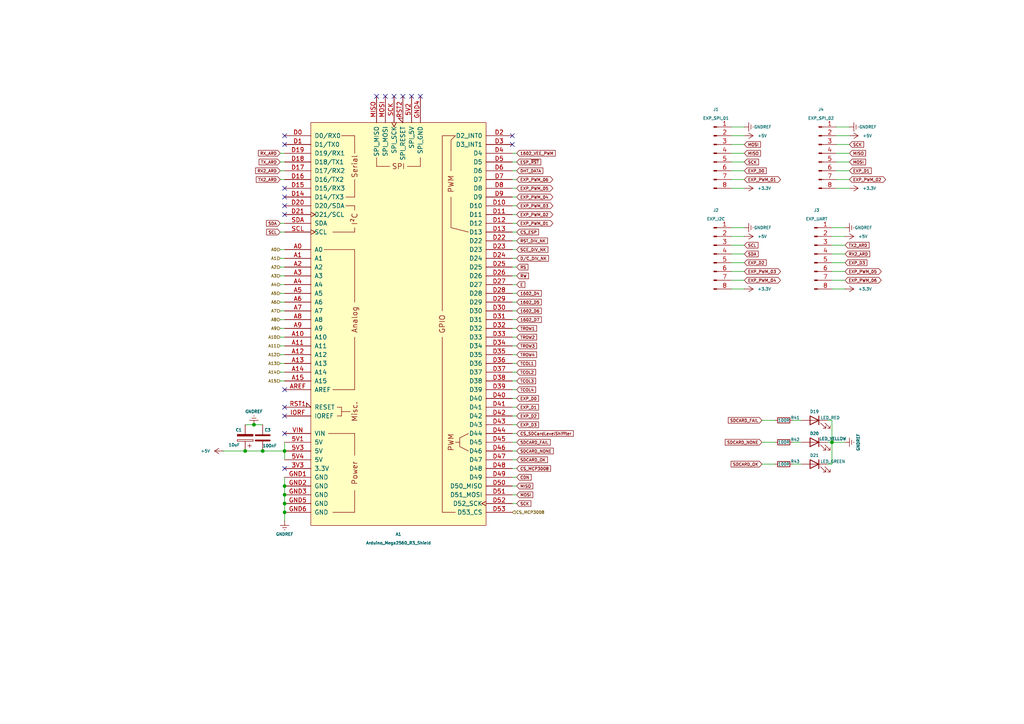
<source format=kicad_sch>
(kicad_sch
	(version 20250114)
	(generator "eeschema")
	(generator_version "9.0")
	(uuid "04c902fc-8a00-41cd-9a31-ab23dff6f74e")
	(paper "A4")
	(lib_symbols
		(symbol "Library:+3.3V"
			(power)
			(pin_numbers
				(hide yes)
			)
			(pin_names
				(offset 0)
				(hide yes)
			)
			(exclude_from_sim no)
			(in_bom yes)
			(on_board yes)
			(property "Reference" "#PWR"
				(at 0 -3.81 0)
				(effects
					(font
						(size 1.27 1.27)
					)
					(hide yes)
				)
			)
			(property "Value" "+3.3V"
				(at 0 3.556 0)
				(effects
					(font
						(size 1.27 1.27)
					)
				)
			)
			(property "Footprint" ""
				(at 0 0 0)
				(effects
					(font
						(size 1.27 1.27)
					)
					(hide yes)
				)
			)
			(property "Datasheet" ""
				(at 0 0 0)
				(effects
					(font
						(size 1.27 1.27)
					)
					(hide yes)
				)
			)
			(property "Description" "Power symbol creates a global label with name \"+3.3V\""
				(at 0 0 0)
				(effects
					(font
						(size 1.27 1.27)
					)
					(hide yes)
				)
			)
			(property "ki_keywords" "global power"
				(at 0 0 0)
				(effects
					(font
						(size 1.27 1.27)
					)
					(hide yes)
				)
			)
			(symbol "+3.3V_0_1"
				(polyline
					(pts
						(xy -0.762 1.27) (xy 0 2.54)
					)
					(stroke
						(width 0)
						(type default)
					)
					(fill
						(type none)
					)
				)
				(polyline
					(pts
						(xy 0 2.54) (xy 0.762 1.27)
					)
					(stroke
						(width 0)
						(type default)
					)
					(fill
						(type none)
					)
				)
				(polyline
					(pts
						(xy 0 0) (xy 0 2.54)
					)
					(stroke
						(width 0)
						(type default)
					)
					(fill
						(type none)
					)
				)
			)
			(symbol "+3.3V_1_1"
				(pin power_in line
					(at 0 0 90)
					(length 0)
					(name "~"
						(effects
							(font
								(size 1.27 1.27)
							)
						)
					)
					(number "1"
						(effects
							(font
								(size 1.27 1.27)
							)
						)
					)
				)
			)
			(embedded_fonts no)
		)
		(symbol "Library:+5V"
			(power)
			(pin_numbers
				(hide yes)
			)
			(pin_names
				(offset 0)
				(hide yes)
			)
			(exclude_from_sim no)
			(in_bom yes)
			(on_board yes)
			(property "Reference" "#PWR"
				(at 0 -3.81 0)
				(effects
					(font
						(size 1.27 1.27)
					)
					(hide yes)
				)
			)
			(property "Value" "+5V"
				(at 0 3.556 0)
				(effects
					(font
						(size 1.27 1.27)
					)
				)
			)
			(property "Footprint" ""
				(at 0 0 0)
				(effects
					(font
						(size 1.27 1.27)
					)
					(hide yes)
				)
			)
			(property "Datasheet" ""
				(at 0 0 0)
				(effects
					(font
						(size 1.27 1.27)
					)
					(hide yes)
				)
			)
			(property "Description" "Power symbol creates a global label with name \"+5V\""
				(at 0 0 0)
				(effects
					(font
						(size 1.27 1.27)
					)
					(hide yes)
				)
			)
			(property "ki_keywords" "global power"
				(at 0 0 0)
				(effects
					(font
						(size 1.27 1.27)
					)
					(hide yes)
				)
			)
			(symbol "+5V_0_1"
				(polyline
					(pts
						(xy -0.762 1.27) (xy 0 2.54)
					)
					(stroke
						(width 0)
						(type default)
					)
					(fill
						(type none)
					)
				)
				(polyline
					(pts
						(xy 0 2.54) (xy 0.762 1.27)
					)
					(stroke
						(width 0)
						(type default)
					)
					(fill
						(type none)
					)
				)
				(polyline
					(pts
						(xy 0 0) (xy 0 2.54)
					)
					(stroke
						(width 0)
						(type default)
					)
					(fill
						(type none)
					)
				)
			)
			(symbol "+5V_1_1"
				(pin power_in line
					(at 0 0 90)
					(length 0)
					(name "~"
						(effects
							(font
								(size 1.27 1.27)
							)
						)
					)
					(number "1"
						(effects
							(font
								(size 1.27 1.27)
							)
						)
					)
				)
			)
			(embedded_fonts no)
		)
		(symbol "Library:Arduino_Mega2560_R3_Shield"
			(pin_names
				(offset 1.016)
			)
			(exclude_from_sim no)
			(in_bom yes)
			(on_board yes)
			(property "Reference" "A"
				(at 0 -62.23 0)
				(effects
					(font
						(size 1.524 1.524)
					)
				)
			)
			(property "Value" "Arduino_Mega2560_R3_Shield"
				(at 0 -66.04 0)
				(effects
					(font
						(size 1.524 1.524)
					)
				)
			)
			(property "Footprint" "PCM_arduino-library:Arduino_Mega2560_R3_Shield"
				(at 0 -73.66 0)
				(effects
					(font
						(size 1.524 1.524)
					)
					(hide yes)
				)
			)
			(property "Datasheet" "https://docs.arduino.cc/hardware/mega-2560"
				(at 0 -69.85 0)
				(effects
					(font
						(size 1.524 1.524)
					)
					(hide yes)
				)
			)
			(property "Description" "Shield for Arduino Mega 2560 R3"
				(at 0 0 0)
				(effects
					(font
						(size 1.27 1.27)
					)
					(hide yes)
				)
			)
			(property "ki_keywords" "Arduino MPU Shield"
				(at 0 0 0)
				(effects
					(font
						(size 1.27 1.27)
					)
					(hide yes)
				)
			)
			(property "ki_fp_filters" "Arduino_Mega2560_R3_Shield"
				(at 0 0 0)
				(effects
					(font
						(size 1.27 1.27)
					)
					(hide yes)
				)
			)
			(symbol "Arduino_Mega2560_R3_Shield_0_0"
				(rectangle
					(start -25.4 -58.42)
					(end 25.4 58.42)
					(stroke
						(width 0)
						(type default)
					)
					(fill
						(type background)
					)
				)
				(polyline
					(pts
						(xy -21.59 21.59) (xy -12.7 21.59)
					)
					(stroke
						(width 0)
						(type default)
					)
					(fill
						(type none)
					)
				)
				(rectangle
					(start -20.32 -31.75)
					(end -12.7 -31.75)
					(stroke
						(width 0)
						(type default)
					)
					(fill
						(type none)
					)
				)
				(rectangle
					(start -19.05 26.67)
					(end -12.7 26.67)
					(stroke
						(width 0)
						(type default)
					)
					(fill
						(type none)
					)
				)
				(rectangle
					(start -19.05 -19.05)
					(end -12.7 -19.05)
					(stroke
						(width 0)
						(type default)
					)
					(fill
						(type none)
					)
				)
				(rectangle
					(start -19.05 -54.61)
					(end -12.7 -54.61)
					(stroke
						(width 0)
						(type default)
					)
					(fill
						(type none)
					)
				)
				(rectangle
					(start -17.78 -24.13)
					(end -16.51 -24.13)
					(stroke
						(width 0)
						(type default)
					)
					(fill
						(type none)
					)
				)
				(rectangle
					(start -17.78 -26.67)
					(end -16.51 -26.67)
					(stroke
						(width 0)
						(type default)
					)
					(fill
						(type none)
					)
				)
				(rectangle
					(start -16.51 54.61)
					(end -12.7 54.61)
					(stroke
						(width 0)
						(type default)
					)
					(fill
						(type none)
					)
				)
				(rectangle
					(start -16.51 -24.13)
					(end -16.51 -26.67)
					(stroke
						(width 0)
						(type default)
					)
					(fill
						(type none)
					)
				)
				(rectangle
					(start -16.51 -25.4)
					(end -13.97 -25.4)
					(stroke
						(width 0)
						(type default)
					)
					(fill
						(type none)
					)
				)
				(rectangle
					(start -15.24 36.83)
					(end -12.7 36.83)
					(stroke
						(width 0)
						(type default)
					)
					(fill
						(type none)
					)
				)
				(rectangle
					(start -15.24 34.29)
					(end -12.7 34.29)
					(stroke
						(width 0)
						(type default)
					)
					(fill
						(type none)
					)
				)
				(rectangle
					(start -12.7 49.53)
					(end -12.7 54.61)
					(stroke
						(width 0)
						(type default)
					)
					(fill
						(type none)
					)
				)
				(rectangle
					(start -12.7 41.91)
					(end -12.7 36.83)
					(stroke
						(width 0)
						(type default)
					)
					(fill
						(type none)
					)
				)
				(rectangle
					(start -12.7 34.29)
					(end -12.7 33.02)
					(stroke
						(width 0)
						(type default)
					)
					(fill
						(type none)
					)
				)
				(rectangle
					(start -12.7 26.67)
					(end -12.7 27.94)
					(stroke
						(width 0)
						(type default)
					)
					(fill
						(type none)
					)
				)
				(polyline
					(pts
						(xy -12.7 6.35) (xy -12.7 21.59)
					)
					(stroke
						(width 0)
						(type default)
					)
					(fill
						(type none)
					)
				)
				(polyline
					(pts
						(xy -12.7 -19.05) (xy -12.7 -3.81)
					)
					(stroke
						(width 0)
						(type default)
					)
					(fill
						(type none)
					)
				)
				(rectangle
					(start -12.7 -31.75)
					(end -12.7 -38.1)
					(stroke
						(width 0)
						(type default)
					)
					(fill
						(type none)
					)
				)
				(rectangle
					(start -12.7 -54.61)
					(end -12.7 -48.26)
					(stroke
						(width 0)
						(type default)
					)
					(fill
						(type none)
					)
				)
				(rectangle
					(start -6.35 48.26)
					(end -6.35 45.72)
					(stroke
						(width 0)
						(type default)
					)
					(fill
						(type none)
					)
				)
				(rectangle
					(start -2.54 45.72)
					(end -6.35 45.72)
					(stroke
						(width 0)
						(type default)
					)
					(fill
						(type none)
					)
				)
				(rectangle
					(start 6.35 48.26)
					(end 6.35 45.72)
					(stroke
						(width 0)
						(type default)
					)
					(fill
						(type none)
					)
				)
				(rectangle
					(start 6.35 45.72)
					(end 2.54 45.72)
					(stroke
						(width 0)
						(type default)
					)
					(fill
						(type none)
					)
				)
				(polyline
					(pts
						(xy 12.7 54.61) (xy 16.51 54.61)
					)
					(stroke
						(width 0)
						(type default)
					)
					(fill
						(type none)
					)
				)
				(polyline
					(pts
						(xy 12.7 -54.61) (xy 16.51 -54.61)
					)
					(stroke
						(width 0)
						(type default)
					)
					(fill
						(type none)
					)
				)
				(polyline
					(pts
						(xy 15.24 44.45) (xy 15.24 53.34) (xy 16.51 54.61)
					)
					(stroke
						(width 0)
						(type default)
					)
					(fill
						(type none)
					)
				)
				(polyline
					(pts
						(xy 15.24 36.83) (xy 15.24 27.94) (xy 20.32 26.67)
					)
					(stroke
						(width 0)
						(type default)
					)
					(fill
						(type none)
					)
				)
				(polyline
					(pts
						(xy 17.78 -34.29) (xy 16.51 -34.29)
					)
					(stroke
						(width 0)
						(type default)
					)
					(fill
						(type none)
					)
				)
				(polyline
					(pts
						(xy 20.32 -31.75) (xy 17.78 -33.02) (xy 17.78 -35.56) (xy 20.32 -36.83)
					)
					(stroke
						(width 0)
						(type default)
					)
					(fill
						(type none)
					)
				)
				(text "Serial"
					(at -12.7 45.72 900)
					(effects
						(font
							(size 1.524 1.524)
						)
					)
				)
				(text "I²C"
					(at -12.7 30.48 900)
					(effects
						(font
							(size 1.524 1.524)
						)
					)
				)
				(text "Analog"
					(at -12.7 1.27 900)
					(effects
						(font
							(size 1.524 1.524)
						)
					)
				)
				(text "Misc."
					(at -12.7 -25.4 900)
					(effects
						(font
							(size 1.524 1.524)
						)
					)
				)
				(text "Power"
					(at -12.7 -43.18 900)
					(effects
						(font
							(size 1.524 1.524)
						)
					)
				)
				(text "SPI"
					(at 0 45.72 0)
					(effects
						(font
							(size 1.524 1.524)
						)
					)
				)
				(text "PWM"
					(at 15.24 40.64 900)
					(effects
						(font
							(size 1.524 1.524)
						)
					)
				)
				(text "PWM"
					(at 15.24 -34.29 900)
					(effects
						(font
							(size 1.524 1.524)
						)
					)
				)
			)
			(symbol "Arduino_Mega2560_R3_Shield_1_0"
				(rectangle
					(start 12.7 54.61)
					(end 12.7 3.81)
					(stroke
						(width 0)
						(type default)
					)
					(fill
						(type none)
					)
				)
				(rectangle
					(start 12.7 -54.61)
					(end 12.7 -3.81)
					(stroke
						(width 0)
						(type default)
					)
					(fill
						(type none)
					)
				)
				(text "GPIO"
					(at 12.7 0 900)
					(effects
						(font
							(size 1.524 1.524)
						)
					)
				)
			)
			(symbol "Arduino_Mega2560_R3_Shield_1_1"
				(pin bidirectional line
					(at -33.02 54.61 0)
					(length 7.62)
					(name "D0/RX0"
						(effects
							(font
								(size 1.27 1.27)
							)
						)
					)
					(number "D0"
						(effects
							(font
								(size 1.27 1.27)
							)
						)
					)
				)
				(pin bidirectional line
					(at -33.02 52.07 0)
					(length 7.62)
					(name "D1/TX0"
						(effects
							(font
								(size 1.27 1.27)
							)
						)
					)
					(number "D1"
						(effects
							(font
								(size 1.27 1.27)
							)
						)
					)
				)
				(pin bidirectional line
					(at -33.02 49.53 0)
					(length 7.62)
					(name "D19/RX1"
						(effects
							(font
								(size 1.27 1.27)
							)
						)
					)
					(number "D19"
						(effects
							(font
								(size 1.27 1.27)
							)
						)
					)
				)
				(pin bidirectional line
					(at -33.02 46.99 0)
					(length 7.62)
					(name "D18/TX1"
						(effects
							(font
								(size 1.27 1.27)
							)
						)
					)
					(number "D18"
						(effects
							(font
								(size 1.27 1.27)
							)
						)
					)
				)
				(pin bidirectional line
					(at -33.02 44.45 0)
					(length 7.62)
					(name "D17/RX2"
						(effects
							(font
								(size 1.27 1.27)
							)
						)
					)
					(number "D17"
						(effects
							(font
								(size 1.27 1.27)
							)
						)
					)
				)
				(pin bidirectional line
					(at -33.02 41.91 0)
					(length 7.62)
					(name "D16/TX2"
						(effects
							(font
								(size 1.27 1.27)
							)
						)
					)
					(number "D16"
						(effects
							(font
								(size 1.27 1.27)
							)
						)
					)
				)
				(pin bidirectional line
					(at -33.02 39.37 0)
					(length 7.62)
					(name "D15/RX3"
						(effects
							(font
								(size 1.27 1.27)
							)
						)
					)
					(number "D15"
						(effects
							(font
								(size 1.27 1.27)
							)
						)
					)
				)
				(pin bidirectional line
					(at -33.02 36.83 0)
					(length 7.62)
					(name "D14/TX3"
						(effects
							(font
								(size 1.27 1.27)
							)
						)
					)
					(number "D14"
						(effects
							(font
								(size 1.27 1.27)
							)
						)
					)
				)
				(pin bidirectional line
					(at -33.02 34.29 0)
					(length 7.62)
					(name "D20/SDA"
						(effects
							(font
								(size 1.27 1.27)
							)
						)
					)
					(number "D20"
						(effects
							(font
								(size 1.27 1.27)
							)
						)
					)
				)
				(pin bidirectional clock
					(at -33.02 31.75 0)
					(length 7.62)
					(name "D21/SCL"
						(effects
							(font
								(size 1.27 1.27)
							)
						)
					)
					(number "D21"
						(effects
							(font
								(size 1.27 1.27)
							)
						)
					)
				)
				(pin bidirectional line
					(at -33.02 29.21 0)
					(length 7.62)
					(name "SDA"
						(effects
							(font
								(size 1.27 1.27)
							)
						)
					)
					(number "SDA"
						(effects
							(font
								(size 1.27 1.27)
							)
						)
					)
				)
				(pin bidirectional clock
					(at -33.02 26.67 0)
					(length 7.62)
					(name "SCL"
						(effects
							(font
								(size 1.27 1.27)
							)
						)
					)
					(number "SCL"
						(effects
							(font
								(size 1.27 1.27)
							)
						)
					)
				)
				(pin bidirectional line
					(at -33.02 21.59 0)
					(length 7.62)
					(name "A0"
						(effects
							(font
								(size 1.27 1.27)
							)
						)
					)
					(number "A0"
						(effects
							(font
								(size 1.27 1.27)
							)
						)
					)
				)
				(pin bidirectional line
					(at -33.02 19.05 0)
					(length 7.62)
					(name "A1"
						(effects
							(font
								(size 1.27 1.27)
							)
						)
					)
					(number "A1"
						(effects
							(font
								(size 1.27 1.27)
							)
						)
					)
				)
				(pin bidirectional line
					(at -33.02 16.51 0)
					(length 7.62)
					(name "A2"
						(effects
							(font
								(size 1.27 1.27)
							)
						)
					)
					(number "A2"
						(effects
							(font
								(size 1.27 1.27)
							)
						)
					)
				)
				(pin bidirectional line
					(at -33.02 13.97 0)
					(length 7.62)
					(name "A3"
						(effects
							(font
								(size 1.27 1.27)
							)
						)
					)
					(number "A3"
						(effects
							(font
								(size 1.27 1.27)
							)
						)
					)
				)
				(pin bidirectional line
					(at -33.02 11.43 0)
					(length 7.62)
					(name "A4"
						(effects
							(font
								(size 1.27 1.27)
							)
						)
					)
					(number "A4"
						(effects
							(font
								(size 1.27 1.27)
							)
						)
					)
				)
				(pin bidirectional line
					(at -33.02 8.89 0)
					(length 7.62)
					(name "A5"
						(effects
							(font
								(size 1.27 1.27)
							)
						)
					)
					(number "A5"
						(effects
							(font
								(size 1.27 1.27)
							)
						)
					)
				)
				(pin bidirectional line
					(at -33.02 6.35 0)
					(length 7.62)
					(name "A6"
						(effects
							(font
								(size 1.27 1.27)
							)
						)
					)
					(number "A6"
						(effects
							(font
								(size 1.27 1.27)
							)
						)
					)
				)
				(pin bidirectional line
					(at -33.02 3.81 0)
					(length 7.62)
					(name "A7"
						(effects
							(font
								(size 1.27 1.27)
							)
						)
					)
					(number "A7"
						(effects
							(font
								(size 1.27 1.27)
							)
						)
					)
				)
				(pin bidirectional line
					(at -33.02 1.27 0)
					(length 7.62)
					(name "A8"
						(effects
							(font
								(size 1.27 1.27)
							)
						)
					)
					(number "A8"
						(effects
							(font
								(size 1.27 1.27)
							)
						)
					)
				)
				(pin bidirectional line
					(at -33.02 -1.27 0)
					(length 7.62)
					(name "A9"
						(effects
							(font
								(size 1.27 1.27)
							)
						)
					)
					(number "A9"
						(effects
							(font
								(size 1.27 1.27)
							)
						)
					)
				)
				(pin bidirectional line
					(at -33.02 -3.81 0)
					(length 7.62)
					(name "A10"
						(effects
							(font
								(size 1.27 1.27)
							)
						)
					)
					(number "A10"
						(effects
							(font
								(size 1.27 1.27)
							)
						)
					)
				)
				(pin bidirectional line
					(at -33.02 -6.35 0)
					(length 7.62)
					(name "A11"
						(effects
							(font
								(size 1.27 1.27)
							)
						)
					)
					(number "A11"
						(effects
							(font
								(size 1.27 1.27)
							)
						)
					)
				)
				(pin bidirectional line
					(at -33.02 -8.89 0)
					(length 7.62)
					(name "A12"
						(effects
							(font
								(size 1.27 1.27)
							)
						)
					)
					(number "A12"
						(effects
							(font
								(size 1.27 1.27)
							)
						)
					)
				)
				(pin bidirectional line
					(at -33.02 -11.43 0)
					(length 7.62)
					(name "A13"
						(effects
							(font
								(size 1.27 1.27)
							)
						)
					)
					(number "A13"
						(effects
							(font
								(size 1.27 1.27)
							)
						)
					)
				)
				(pin bidirectional line
					(at -33.02 -13.97 0)
					(length 7.62)
					(name "A14"
						(effects
							(font
								(size 1.27 1.27)
							)
						)
					)
					(number "A14"
						(effects
							(font
								(size 1.27 1.27)
							)
						)
					)
				)
				(pin bidirectional line
					(at -33.02 -16.51 0)
					(length 7.62)
					(name "A15"
						(effects
							(font
								(size 1.27 1.27)
							)
						)
					)
					(number "A15"
						(effects
							(font
								(size 1.27 1.27)
							)
						)
					)
				)
				(pin input line
					(at -33.02 -19.05 0)
					(length 7.62)
					(name "AREF"
						(effects
							(font
								(size 1.27 1.27)
							)
						)
					)
					(number "AREF"
						(effects
							(font
								(size 1.27 1.27)
							)
						)
					)
				)
				(pin open_collector input_low
					(at -33.02 -24.13 0)
					(length 7.62)
					(name "RESET"
						(effects
							(font
								(size 1.27 1.27)
							)
						)
					)
					(number "RST1"
						(effects
							(font
								(size 1.27 1.27)
							)
						)
					)
				)
				(pin output line
					(at -33.02 -26.67 0)
					(length 7.62)
					(name "IOREF"
						(effects
							(font
								(size 1.27 1.27)
							)
						)
					)
					(number "IORF"
						(effects
							(font
								(size 1.27 1.27)
							)
						)
					)
				)
				(pin power_in line
					(at -33.02 -31.75 0)
					(length 7.62)
					(name "VIN"
						(effects
							(font
								(size 1.27 1.27)
							)
						)
					)
					(number "VIN"
						(effects
							(font
								(size 1.27 1.27)
							)
						)
					)
				)
				(pin power_in line
					(at -33.02 -34.29 0)
					(length 7.62)
					(name "5V"
						(effects
							(font
								(size 1.27 1.27)
							)
						)
					)
					(number "5V1"
						(effects
							(font
								(size 1.27 1.27)
							)
						)
					)
				)
				(pin power_in line
					(at -33.02 -36.83 0)
					(length 7.62)
					(name "5V"
						(effects
							(font
								(size 1.27 1.27)
							)
						)
					)
					(number "5V3"
						(effects
							(font
								(size 1.27 1.27)
							)
						)
					)
				)
				(pin power_in line
					(at -33.02 -39.37 0)
					(length 7.62)
					(name "5V"
						(effects
							(font
								(size 1.27 1.27)
							)
						)
					)
					(number "5V4"
						(effects
							(font
								(size 1.27 1.27)
							)
						)
					)
				)
				(pin power_out line
					(at -33.02 -41.91 0)
					(length 7.62)
					(name "3.3V"
						(effects
							(font
								(size 1.27 1.27)
							)
						)
					)
					(number "3V3"
						(effects
							(font
								(size 1.27 1.27)
							)
						)
					)
				)
				(pin power_in line
					(at -33.02 -44.45 0)
					(length 7.62)
					(name "GND"
						(effects
							(font
								(size 1.27 1.27)
							)
						)
					)
					(number "GND1"
						(effects
							(font
								(size 1.27 1.27)
							)
						)
					)
				)
				(pin power_in line
					(at -33.02 -46.99 0)
					(length 7.62)
					(name "GND"
						(effects
							(font
								(size 1.27 1.27)
							)
						)
					)
					(number "GND2"
						(effects
							(font
								(size 1.27 1.27)
							)
						)
					)
				)
				(pin power_in line
					(at -33.02 -49.53 0)
					(length 7.62)
					(name "GND"
						(effects
							(font
								(size 1.27 1.27)
							)
						)
					)
					(number "GND3"
						(effects
							(font
								(size 1.27 1.27)
							)
						)
					)
				)
				(pin power_in line
					(at -33.02 -52.07 0)
					(length 7.62)
					(name "GND"
						(effects
							(font
								(size 1.27 1.27)
							)
						)
					)
					(number "GND5"
						(effects
							(font
								(size 1.27 1.27)
							)
						)
					)
				)
				(pin power_in line
					(at -33.02 -54.61 0)
					(length 7.62)
					(name "GND"
						(effects
							(font
								(size 1.27 1.27)
							)
						)
					)
					(number "GND6"
						(effects
							(font
								(size 1.27 1.27)
							)
						)
					)
				)
				(pin input line
					(at -6.35 66.04 270)
					(length 7.62)
					(name "SPI_MISO"
						(effects
							(font
								(size 1.27 1.27)
							)
						)
					)
					(number "MISO"
						(effects
							(font
								(size 1.27 1.27)
							)
						)
					)
				)
				(pin output line
					(at -3.81 66.04 270)
					(length 7.62)
					(name "SPI_MOSI"
						(effects
							(font
								(size 1.27 1.27)
							)
						)
					)
					(number "MOSI"
						(effects
							(font
								(size 1.27 1.27)
							)
						)
					)
				)
				(pin output clock
					(at -1.27 66.04 270)
					(length 7.62)
					(name "SPI_SCK"
						(effects
							(font
								(size 1.27 1.27)
							)
						)
					)
					(number "SCK"
						(effects
							(font
								(size 1.27 1.27)
							)
						)
					)
				)
				(pin open_collector input_low
					(at 1.27 66.04 270)
					(length 7.62)
					(name "SPI_RESET"
						(effects
							(font
								(size 1.27 1.27)
							)
						)
					)
					(number "RST2"
						(effects
							(font
								(size 1.27 1.27)
							)
						)
					)
				)
				(pin power_in line
					(at 3.81 66.04 270)
					(length 7.62)
					(name "SPI_5V"
						(effects
							(font
								(size 1.27 1.27)
							)
						)
					)
					(number "5V2"
						(effects
							(font
								(size 1.27 1.27)
							)
						)
					)
				)
				(pin power_in line
					(at 6.35 66.04 270)
					(length 7.62)
					(name "SPI_GND"
						(effects
							(font
								(size 1.27 1.27)
							)
						)
					)
					(number "GND4"
						(effects
							(font
								(size 1.27 1.27)
							)
						)
					)
				)
				(pin bidirectional line
					(at 33.02 54.61 180)
					(length 7.62)
					(name "D2_INT0"
						(effects
							(font
								(size 1.27 1.27)
							)
						)
					)
					(number "D2"
						(effects
							(font
								(size 1.27 1.27)
							)
						)
					)
				)
				(pin bidirectional line
					(at 33.02 52.07 180)
					(length 7.62)
					(name "D3_INT1"
						(effects
							(font
								(size 1.27 1.27)
							)
						)
					)
					(number "D3"
						(effects
							(font
								(size 1.27 1.27)
							)
						)
					)
				)
				(pin bidirectional line
					(at 33.02 49.53 180)
					(length 7.62)
					(name "D4"
						(effects
							(font
								(size 1.27 1.27)
							)
						)
					)
					(number "D4"
						(effects
							(font
								(size 1.27 1.27)
							)
						)
					)
				)
				(pin bidirectional line
					(at 33.02 46.99 180)
					(length 7.62)
					(name "D5"
						(effects
							(font
								(size 1.27 1.27)
							)
						)
					)
					(number "D5"
						(effects
							(font
								(size 1.27 1.27)
							)
						)
					)
				)
				(pin bidirectional line
					(at 33.02 44.45 180)
					(length 7.62)
					(name "D6"
						(effects
							(font
								(size 1.27 1.27)
							)
						)
					)
					(number "D6"
						(effects
							(font
								(size 1.27 1.27)
							)
						)
					)
				)
				(pin bidirectional line
					(at 33.02 41.91 180)
					(length 7.62)
					(name "D7"
						(effects
							(font
								(size 1.27 1.27)
							)
						)
					)
					(number "D7"
						(effects
							(font
								(size 1.27 1.27)
							)
						)
					)
				)
				(pin bidirectional line
					(at 33.02 39.37 180)
					(length 7.62)
					(name "D8"
						(effects
							(font
								(size 1.27 1.27)
							)
						)
					)
					(number "D8"
						(effects
							(font
								(size 1.27 1.27)
							)
						)
					)
				)
				(pin bidirectional line
					(at 33.02 36.83 180)
					(length 7.62)
					(name "D9"
						(effects
							(font
								(size 1.27 1.27)
							)
						)
					)
					(number "D9"
						(effects
							(font
								(size 1.27 1.27)
							)
						)
					)
				)
				(pin bidirectional line
					(at 33.02 34.29 180)
					(length 7.62)
					(name "D10"
						(effects
							(font
								(size 1.27 1.27)
							)
						)
					)
					(number "D10"
						(effects
							(font
								(size 1.27 1.27)
							)
						)
					)
				)
				(pin bidirectional line
					(at 33.02 31.75 180)
					(length 7.62)
					(name "D11"
						(effects
							(font
								(size 1.27 1.27)
							)
						)
					)
					(number "D11"
						(effects
							(font
								(size 1.27 1.27)
							)
						)
					)
				)
				(pin bidirectional line
					(at 33.02 29.21 180)
					(length 7.62)
					(name "D12"
						(effects
							(font
								(size 1.27 1.27)
							)
						)
					)
					(number "D12"
						(effects
							(font
								(size 1.27 1.27)
							)
						)
					)
				)
				(pin bidirectional line
					(at 33.02 26.67 180)
					(length 7.62)
					(name "D13"
						(effects
							(font
								(size 1.27 1.27)
							)
						)
					)
					(number "D13"
						(effects
							(font
								(size 1.27 1.27)
							)
						)
					)
				)
				(pin bidirectional line
					(at 33.02 24.13 180)
					(length 7.62)
					(name "D22"
						(effects
							(font
								(size 1.27 1.27)
							)
						)
					)
					(number "D22"
						(effects
							(font
								(size 1.27 1.27)
							)
						)
					)
				)
				(pin bidirectional line
					(at 33.02 21.59 180)
					(length 7.62)
					(name "D23"
						(effects
							(font
								(size 1.27 1.27)
							)
						)
					)
					(number "D23"
						(effects
							(font
								(size 1.27 1.27)
							)
						)
					)
				)
				(pin bidirectional line
					(at 33.02 19.05 180)
					(length 7.62)
					(name "D24"
						(effects
							(font
								(size 1.27 1.27)
							)
						)
					)
					(number "D24"
						(effects
							(font
								(size 1.27 1.27)
							)
						)
					)
				)
				(pin bidirectional line
					(at 33.02 16.51 180)
					(length 7.62)
					(name "D25"
						(effects
							(font
								(size 1.27 1.27)
							)
						)
					)
					(number "D25"
						(effects
							(font
								(size 1.27 1.27)
							)
						)
					)
				)
				(pin bidirectional line
					(at 33.02 13.97 180)
					(length 7.62)
					(name "D26"
						(effects
							(font
								(size 1.27 1.27)
							)
						)
					)
					(number "D26"
						(effects
							(font
								(size 1.27 1.27)
							)
						)
					)
				)
				(pin bidirectional line
					(at 33.02 11.43 180)
					(length 7.62)
					(name "D27"
						(effects
							(font
								(size 1.27 1.27)
							)
						)
					)
					(number "D27"
						(effects
							(font
								(size 1.27 1.27)
							)
						)
					)
				)
				(pin bidirectional line
					(at 33.02 8.89 180)
					(length 7.62)
					(name "D28"
						(effects
							(font
								(size 1.27 1.27)
							)
						)
					)
					(number "D28"
						(effects
							(font
								(size 1.27 1.27)
							)
						)
					)
				)
				(pin bidirectional line
					(at 33.02 6.35 180)
					(length 7.62)
					(name "D29"
						(effects
							(font
								(size 1.27 1.27)
							)
						)
					)
					(number "D29"
						(effects
							(font
								(size 1.27 1.27)
							)
						)
					)
				)
				(pin bidirectional line
					(at 33.02 3.81 180)
					(length 7.62)
					(name "D30"
						(effects
							(font
								(size 1.27 1.27)
							)
						)
					)
					(number "D30"
						(effects
							(font
								(size 1.27 1.27)
							)
						)
					)
				)
				(pin bidirectional line
					(at 33.02 1.27 180)
					(length 7.62)
					(name "D31"
						(effects
							(font
								(size 1.27 1.27)
							)
						)
					)
					(number "D31"
						(effects
							(font
								(size 1.27 1.27)
							)
						)
					)
				)
				(pin bidirectional line
					(at 33.02 -1.27 180)
					(length 7.62)
					(name "D32"
						(effects
							(font
								(size 1.27 1.27)
							)
						)
					)
					(number "D32"
						(effects
							(font
								(size 1.27 1.27)
							)
						)
					)
				)
				(pin bidirectional line
					(at 33.02 -3.81 180)
					(length 7.62)
					(name "D33"
						(effects
							(font
								(size 1.27 1.27)
							)
						)
					)
					(number "D33"
						(effects
							(font
								(size 1.27 1.27)
							)
						)
					)
				)
				(pin bidirectional line
					(at 33.02 -6.35 180)
					(length 7.62)
					(name "D34"
						(effects
							(font
								(size 1.27 1.27)
							)
						)
					)
					(number "D34"
						(effects
							(font
								(size 1.27 1.27)
							)
						)
					)
				)
				(pin bidirectional line
					(at 33.02 -8.89 180)
					(length 7.62)
					(name "D35"
						(effects
							(font
								(size 1.27 1.27)
							)
						)
					)
					(number "D35"
						(effects
							(font
								(size 1.27 1.27)
							)
						)
					)
				)
				(pin bidirectional line
					(at 33.02 -11.43 180)
					(length 7.62)
					(name "D36"
						(effects
							(font
								(size 1.27 1.27)
							)
						)
					)
					(number "D36"
						(effects
							(font
								(size 1.27 1.27)
							)
						)
					)
				)
				(pin bidirectional line
					(at 33.02 -13.97 180)
					(length 7.62)
					(name "D37"
						(effects
							(font
								(size 1.27 1.27)
							)
						)
					)
					(number "D37"
						(effects
							(font
								(size 1.27 1.27)
							)
						)
					)
				)
				(pin bidirectional line
					(at 33.02 -16.51 180)
					(length 7.62)
					(name "D38"
						(effects
							(font
								(size 1.27 1.27)
							)
						)
					)
					(number "D38"
						(effects
							(font
								(size 1.27 1.27)
							)
						)
					)
				)
				(pin bidirectional line
					(at 33.02 -19.05 180)
					(length 7.62)
					(name "D39"
						(effects
							(font
								(size 1.27 1.27)
							)
						)
					)
					(number "D39"
						(effects
							(font
								(size 1.27 1.27)
							)
						)
					)
				)
				(pin bidirectional line
					(at 33.02 -21.59 180)
					(length 7.62)
					(name "D40"
						(effects
							(font
								(size 1.27 1.27)
							)
						)
					)
					(number "D40"
						(effects
							(font
								(size 1.27 1.27)
							)
						)
					)
				)
				(pin bidirectional line
					(at 33.02 -24.13 180)
					(length 7.62)
					(name "D41"
						(effects
							(font
								(size 1.27 1.27)
							)
						)
					)
					(number "D41"
						(effects
							(font
								(size 1.27 1.27)
							)
						)
					)
				)
				(pin bidirectional line
					(at 33.02 -26.67 180)
					(length 7.62)
					(name "D42"
						(effects
							(font
								(size 1.27 1.27)
							)
						)
					)
					(number "D42"
						(effects
							(font
								(size 1.27 1.27)
							)
						)
					)
				)
				(pin bidirectional line
					(at 33.02 -29.21 180)
					(length 7.62)
					(name "D43"
						(effects
							(font
								(size 1.27 1.27)
							)
						)
					)
					(number "D43"
						(effects
							(font
								(size 1.27 1.27)
							)
						)
					)
				)
				(pin bidirectional line
					(at 33.02 -31.75 180)
					(length 7.62)
					(name "D44"
						(effects
							(font
								(size 1.27 1.27)
							)
						)
					)
					(number "D44"
						(effects
							(font
								(size 1.27 1.27)
							)
						)
					)
				)
				(pin bidirectional line
					(at 33.02 -34.29 180)
					(length 7.62)
					(name "D45"
						(effects
							(font
								(size 1.27 1.27)
							)
						)
					)
					(number "D45"
						(effects
							(font
								(size 1.27 1.27)
							)
						)
					)
				)
				(pin bidirectional line
					(at 33.02 -36.83 180)
					(length 7.62)
					(name "D46"
						(effects
							(font
								(size 1.27 1.27)
							)
						)
					)
					(number "D46"
						(effects
							(font
								(size 1.27 1.27)
							)
						)
					)
				)
				(pin bidirectional line
					(at 33.02 -39.37 180)
					(length 7.62)
					(name "D47"
						(effects
							(font
								(size 1.27 1.27)
							)
						)
					)
					(number "D47"
						(effects
							(font
								(size 1.27 1.27)
							)
						)
					)
				)
				(pin bidirectional line
					(at 33.02 -41.91 180)
					(length 7.62)
					(name "D48"
						(effects
							(font
								(size 1.27 1.27)
							)
						)
					)
					(number "D48"
						(effects
							(font
								(size 1.27 1.27)
							)
						)
					)
				)
				(pin bidirectional line
					(at 33.02 -44.45 180)
					(length 7.62)
					(name "D49"
						(effects
							(font
								(size 1.27 1.27)
							)
						)
					)
					(number "D49"
						(effects
							(font
								(size 1.27 1.27)
							)
						)
					)
				)
				(pin bidirectional line
					(at 33.02 -46.99 180)
					(length 7.62)
					(name "D50_MISO"
						(effects
							(font
								(size 1.27 1.27)
							)
						)
					)
					(number "D50"
						(effects
							(font
								(size 1.27 1.27)
							)
						)
					)
				)
				(pin bidirectional line
					(at 33.02 -49.53 180)
					(length 7.62)
					(name "D51_MOSI"
						(effects
							(font
								(size 1.27 1.27)
							)
						)
					)
					(number "D51"
						(effects
							(font
								(size 1.27 1.27)
							)
						)
					)
				)
				(pin bidirectional clock
					(at 33.02 -52.07 180)
					(length 7.62)
					(name "D52_SCK"
						(effects
							(font
								(size 1.27 1.27)
							)
						)
					)
					(number "D52"
						(effects
							(font
								(size 1.27 1.27)
							)
						)
					)
				)
				(pin bidirectional line
					(at 33.02 -54.61 180)
					(length 7.62)
					(name "D53_CS"
						(effects
							(font
								(size 1.27 1.27)
							)
						)
					)
					(number "D53"
						(effects
							(font
								(size 1.27 1.27)
							)
						)
					)
				)
			)
			(embedded_fonts no)
		)
		(symbol "Library:C"
			(pin_numbers
				(hide yes)
			)
			(pin_names
				(offset 0.254)
			)
			(exclude_from_sim no)
			(in_bom yes)
			(on_board yes)
			(property "Reference" "C"
				(at 0.635 2.54 0)
				(effects
					(font
						(size 1.27 1.27)
					)
					(justify left)
				)
			)
			(property "Value" "C"
				(at 0.635 -2.54 0)
				(effects
					(font
						(size 1.27 1.27)
					)
					(justify left)
				)
			)
			(property "Footprint" ""
				(at 0.9652 -3.81 0)
				(effects
					(font
						(size 1.27 1.27)
					)
					(hide yes)
				)
			)
			(property "Datasheet" "~"
				(at 0 0 0)
				(effects
					(font
						(size 1.27 1.27)
					)
					(hide yes)
				)
			)
			(property "Description" "Unpolarized capacitor"
				(at 0 0 0)
				(effects
					(font
						(size 1.27 1.27)
					)
					(hide yes)
				)
			)
			(property "ki_keywords" "cap capacitor"
				(at 0 0 0)
				(effects
					(font
						(size 1.27 1.27)
					)
					(hide yes)
				)
			)
			(property "ki_fp_filters" "C_*"
				(at 0 0 0)
				(effects
					(font
						(size 1.27 1.27)
					)
					(hide yes)
				)
			)
			(symbol "C_0_1"
				(polyline
					(pts
						(xy -2.032 0.762) (xy 2.032 0.762)
					)
					(stroke
						(width 0.508)
						(type default)
					)
					(fill
						(type none)
					)
				)
				(polyline
					(pts
						(xy -2.032 -0.762) (xy 2.032 -0.762)
					)
					(stroke
						(width 0.508)
						(type default)
					)
					(fill
						(type none)
					)
				)
			)
			(symbol "C_1_1"
				(pin passive line
					(at 0 3.81 270)
					(length 2.794)
					(name "~"
						(effects
							(font
								(size 1.27 1.27)
							)
						)
					)
					(number "1"
						(effects
							(font
								(size 1.27 1.27)
							)
						)
					)
				)
				(pin passive line
					(at 0 -3.81 90)
					(length 2.794)
					(name "~"
						(effects
							(font
								(size 1.27 1.27)
							)
						)
					)
					(number "2"
						(effects
							(font
								(size 1.27 1.27)
							)
						)
					)
				)
			)
			(embedded_fonts no)
		)
		(symbol "Library:C_Polarized"
			(pin_numbers
				(hide yes)
			)
			(pin_names
				(offset 0.254)
			)
			(exclude_from_sim no)
			(in_bom yes)
			(on_board yes)
			(property "Reference" "C"
				(at 0.635 2.54 0)
				(effects
					(font
						(size 1.27 1.27)
					)
					(justify left)
				)
			)
			(property "Value" "C_Polarized"
				(at 0.635 -2.54 0)
				(effects
					(font
						(size 1.27 1.27)
					)
					(justify left)
				)
			)
			(property "Footprint" ""
				(at 0.9652 -3.81 0)
				(effects
					(font
						(size 1.27 1.27)
					)
					(hide yes)
				)
			)
			(property "Datasheet" "~"
				(at 0 0 0)
				(effects
					(font
						(size 1.27 1.27)
					)
					(hide yes)
				)
			)
			(property "Description" "Polarized capacitor"
				(at 0 0 0)
				(effects
					(font
						(size 1.27 1.27)
					)
					(hide yes)
				)
			)
			(property "ki_keywords" "cap capacitor"
				(at 0 0 0)
				(effects
					(font
						(size 1.27 1.27)
					)
					(hide yes)
				)
			)
			(property "ki_fp_filters" "CP_*"
				(at 0 0 0)
				(effects
					(font
						(size 1.27 1.27)
					)
					(hide yes)
				)
			)
			(symbol "C_Polarized_0_1"
				(rectangle
					(start -2.286 0.508)
					(end 2.286 1.016)
					(stroke
						(width 0)
						(type default)
					)
					(fill
						(type none)
					)
				)
				(polyline
					(pts
						(xy -1.778 2.286) (xy -0.762 2.286)
					)
					(stroke
						(width 0)
						(type default)
					)
					(fill
						(type none)
					)
				)
				(polyline
					(pts
						(xy -1.27 2.794) (xy -1.27 1.778)
					)
					(stroke
						(width 0)
						(type default)
					)
					(fill
						(type none)
					)
				)
				(rectangle
					(start 2.286 -0.508)
					(end -2.286 -1.016)
					(stroke
						(width 0)
						(type default)
					)
					(fill
						(type outline)
					)
				)
			)
			(symbol "C_Polarized_1_1"
				(pin passive line
					(at 0 3.81 270)
					(length 2.794)
					(name "~"
						(effects
							(font
								(size 1.27 1.27)
							)
						)
					)
					(number "1"
						(effects
							(font
								(size 1.27 1.27)
							)
						)
					)
				)
				(pin passive line
					(at 0 -3.81 90)
					(length 2.794)
					(name "~"
						(effects
							(font
								(size 1.27 1.27)
							)
						)
					)
					(number "2"
						(effects
							(font
								(size 1.27 1.27)
							)
						)
					)
				)
			)
			(embedded_fonts no)
		)
		(symbol "Library:Conn_01x08_Pin"
			(pin_names
				(offset 1.016)
				(hide yes)
			)
			(exclude_from_sim no)
			(in_bom yes)
			(on_board yes)
			(property "Reference" "J"
				(at 0 10.16 0)
				(effects
					(font
						(size 1.27 1.27)
					)
				)
			)
			(property "Value" "Conn_01x08_Pin"
				(at 0 -12.7 0)
				(effects
					(font
						(size 1.27 1.27)
					)
				)
			)
			(property "Footprint" ""
				(at 0 0 0)
				(effects
					(font
						(size 1.27 1.27)
					)
					(hide yes)
				)
			)
			(property "Datasheet" "~"
				(at 0 0 0)
				(effects
					(font
						(size 1.27 1.27)
					)
					(hide yes)
				)
			)
			(property "Description" "Generic connector, single row, 01x08, script generated"
				(at 0 0 0)
				(effects
					(font
						(size 1.27 1.27)
					)
					(hide yes)
				)
			)
			(property "ki_locked" ""
				(at 0 0 0)
				(effects
					(font
						(size 1.27 1.27)
					)
				)
			)
			(property "ki_keywords" "connector"
				(at 0 0 0)
				(effects
					(font
						(size 1.27 1.27)
					)
					(hide yes)
				)
			)
			(property "ki_fp_filters" "Connector*:*_1x??_*"
				(at 0 0 0)
				(effects
					(font
						(size 1.27 1.27)
					)
					(hide yes)
				)
			)
			(symbol "Conn_01x08_Pin_1_1"
				(rectangle
					(start 0.8636 7.747)
					(end 0 7.493)
					(stroke
						(width 0.1524)
						(type default)
					)
					(fill
						(type outline)
					)
				)
				(rectangle
					(start 0.8636 5.207)
					(end 0 4.953)
					(stroke
						(width 0.1524)
						(type default)
					)
					(fill
						(type outline)
					)
				)
				(rectangle
					(start 0.8636 2.667)
					(end 0 2.413)
					(stroke
						(width 0.1524)
						(type default)
					)
					(fill
						(type outline)
					)
				)
				(rectangle
					(start 0.8636 0.127)
					(end 0 -0.127)
					(stroke
						(width 0.1524)
						(type default)
					)
					(fill
						(type outline)
					)
				)
				(rectangle
					(start 0.8636 -2.413)
					(end 0 -2.667)
					(stroke
						(width 0.1524)
						(type default)
					)
					(fill
						(type outline)
					)
				)
				(rectangle
					(start 0.8636 -4.953)
					(end 0 -5.207)
					(stroke
						(width 0.1524)
						(type default)
					)
					(fill
						(type outline)
					)
				)
				(rectangle
					(start 0.8636 -7.493)
					(end 0 -7.747)
					(stroke
						(width 0.1524)
						(type default)
					)
					(fill
						(type outline)
					)
				)
				(rectangle
					(start 0.8636 -10.033)
					(end 0 -10.287)
					(stroke
						(width 0.1524)
						(type default)
					)
					(fill
						(type outline)
					)
				)
				(polyline
					(pts
						(xy 1.27 7.62) (xy 0.8636 7.62)
					)
					(stroke
						(width 0.1524)
						(type default)
					)
					(fill
						(type none)
					)
				)
				(polyline
					(pts
						(xy 1.27 5.08) (xy 0.8636 5.08)
					)
					(stroke
						(width 0.1524)
						(type default)
					)
					(fill
						(type none)
					)
				)
				(polyline
					(pts
						(xy 1.27 2.54) (xy 0.8636 2.54)
					)
					(stroke
						(width 0.1524)
						(type default)
					)
					(fill
						(type none)
					)
				)
				(polyline
					(pts
						(xy 1.27 0) (xy 0.8636 0)
					)
					(stroke
						(width 0.1524)
						(type default)
					)
					(fill
						(type none)
					)
				)
				(polyline
					(pts
						(xy 1.27 -2.54) (xy 0.8636 -2.54)
					)
					(stroke
						(width 0.1524)
						(type default)
					)
					(fill
						(type none)
					)
				)
				(polyline
					(pts
						(xy 1.27 -5.08) (xy 0.8636 -5.08)
					)
					(stroke
						(width 0.1524)
						(type default)
					)
					(fill
						(type none)
					)
				)
				(polyline
					(pts
						(xy 1.27 -7.62) (xy 0.8636 -7.62)
					)
					(stroke
						(width 0.1524)
						(type default)
					)
					(fill
						(type none)
					)
				)
				(polyline
					(pts
						(xy 1.27 -10.16) (xy 0.8636 -10.16)
					)
					(stroke
						(width 0.1524)
						(type default)
					)
					(fill
						(type none)
					)
				)
				(pin passive line
					(at 5.08 7.62 180)
					(length 3.81)
					(name "Pin_1"
						(effects
							(font
								(size 1.27 1.27)
							)
						)
					)
					(number "1"
						(effects
							(font
								(size 1.27 1.27)
							)
						)
					)
				)
				(pin passive line
					(at 5.08 5.08 180)
					(length 3.81)
					(name "Pin_2"
						(effects
							(font
								(size 1.27 1.27)
							)
						)
					)
					(number "2"
						(effects
							(font
								(size 1.27 1.27)
							)
						)
					)
				)
				(pin passive line
					(at 5.08 2.54 180)
					(length 3.81)
					(name "Pin_3"
						(effects
							(font
								(size 1.27 1.27)
							)
						)
					)
					(number "3"
						(effects
							(font
								(size 1.27 1.27)
							)
						)
					)
				)
				(pin passive line
					(at 5.08 0 180)
					(length 3.81)
					(name "Pin_4"
						(effects
							(font
								(size 1.27 1.27)
							)
						)
					)
					(number "4"
						(effects
							(font
								(size 1.27 1.27)
							)
						)
					)
				)
				(pin passive line
					(at 5.08 -2.54 180)
					(length 3.81)
					(name "Pin_5"
						(effects
							(font
								(size 1.27 1.27)
							)
						)
					)
					(number "5"
						(effects
							(font
								(size 1.27 1.27)
							)
						)
					)
				)
				(pin passive line
					(at 5.08 -5.08 180)
					(length 3.81)
					(name "Pin_6"
						(effects
							(font
								(size 1.27 1.27)
							)
						)
					)
					(number "6"
						(effects
							(font
								(size 1.27 1.27)
							)
						)
					)
				)
				(pin passive line
					(at 5.08 -7.62 180)
					(length 3.81)
					(name "Pin_7"
						(effects
							(font
								(size 1.27 1.27)
							)
						)
					)
					(number "7"
						(effects
							(font
								(size 1.27 1.27)
							)
						)
					)
				)
				(pin passive line
					(at 5.08 -10.16 180)
					(length 3.81)
					(name "Pin_8"
						(effects
							(font
								(size 1.27 1.27)
							)
						)
					)
					(number "8"
						(effects
							(font
								(size 1.27 1.27)
							)
						)
					)
				)
			)
			(embedded_fonts no)
		)
		(symbol "Library:GNDREF"
			(power)
			(pin_numbers
				(hide yes)
			)
			(pin_names
				(offset 0)
				(hide yes)
			)
			(exclude_from_sim no)
			(in_bom yes)
			(on_board yes)
			(property "Reference" "#PWR"
				(at 0 -6.35 0)
				(effects
					(font
						(size 1.27 1.27)
					)
					(hide yes)
				)
			)
			(property "Value" "GNDREF"
				(at 0 -3.81 0)
				(effects
					(font
						(size 1.27 1.27)
					)
				)
			)
			(property "Footprint" ""
				(at 0 0 0)
				(effects
					(font
						(size 1.27 1.27)
					)
					(hide yes)
				)
			)
			(property "Datasheet" ""
				(at 0 0 0)
				(effects
					(font
						(size 1.27 1.27)
					)
					(hide yes)
				)
			)
			(property "Description" "Power symbol creates a global label with name \"GNDREF\" , reference supply ground"
				(at 0 0 0)
				(effects
					(font
						(size 1.27 1.27)
					)
					(hide yes)
				)
			)
			(property "ki_keywords" "global power"
				(at 0 0 0)
				(effects
					(font
						(size 1.27 1.27)
					)
					(hide yes)
				)
			)
			(symbol "GNDREF_0_1"
				(polyline
					(pts
						(xy -0.635 -1.905) (xy 0.635 -1.905)
					)
					(stroke
						(width 0)
						(type default)
					)
					(fill
						(type none)
					)
				)
				(polyline
					(pts
						(xy -0.127 -2.54) (xy 0.127 -2.54)
					)
					(stroke
						(width 0)
						(type default)
					)
					(fill
						(type none)
					)
				)
				(polyline
					(pts
						(xy 0 -1.27) (xy 0 0)
					)
					(stroke
						(width 0)
						(type default)
					)
					(fill
						(type none)
					)
				)
				(polyline
					(pts
						(xy 1.27 -1.27) (xy -1.27 -1.27)
					)
					(stroke
						(width 0)
						(type default)
					)
					(fill
						(type none)
					)
				)
			)
			(symbol "GNDREF_1_1"
				(pin power_in line
					(at 0 0 270)
					(length 0)
					(name "~"
						(effects
							(font
								(size 1.27 1.27)
							)
						)
					)
					(number "1"
						(effects
							(font
								(size 1.27 1.27)
							)
						)
					)
				)
			)
			(embedded_fonts no)
		)
		(symbol "Library:LED"
			(pin_numbers
				(hide yes)
			)
			(pin_names
				(offset 1.016)
				(hide yes)
			)
			(exclude_from_sim no)
			(in_bom yes)
			(on_board yes)
			(property "Reference" "D"
				(at 0 2.54 0)
				(effects
					(font
						(size 1.27 1.27)
					)
				)
			)
			(property "Value" "LED"
				(at 0 -2.54 0)
				(effects
					(font
						(size 1.27 1.27)
					)
				)
			)
			(property "Footprint" ""
				(at 0 0 0)
				(effects
					(font
						(size 1.27 1.27)
					)
					(hide yes)
				)
			)
			(property "Datasheet" "~"
				(at 0 0 0)
				(effects
					(font
						(size 1.27 1.27)
					)
					(hide yes)
				)
			)
			(property "Description" "Light emitting diode"
				(at 0 0 0)
				(effects
					(font
						(size 1.27 1.27)
					)
					(hide yes)
				)
			)
			(property "Sim.Pins" "1=K 2=A"
				(at 0 0 0)
				(effects
					(font
						(size 1.27 1.27)
					)
					(hide yes)
				)
			)
			(property "ki_keywords" "LED diode"
				(at 0 0 0)
				(effects
					(font
						(size 1.27 1.27)
					)
					(hide yes)
				)
			)
			(property "ki_fp_filters" "LED* LED_SMD:* LED_THT:*"
				(at 0 0 0)
				(effects
					(font
						(size 1.27 1.27)
					)
					(hide yes)
				)
			)
			(symbol "LED_0_1"
				(polyline
					(pts
						(xy -3.048 -0.762) (xy -4.572 -2.286) (xy -3.81 -2.286) (xy -4.572 -2.286) (xy -4.572 -1.524)
					)
					(stroke
						(width 0)
						(type default)
					)
					(fill
						(type none)
					)
				)
				(polyline
					(pts
						(xy -1.778 -0.762) (xy -3.302 -2.286) (xy -2.54 -2.286) (xy -3.302 -2.286) (xy -3.302 -1.524)
					)
					(stroke
						(width 0)
						(type default)
					)
					(fill
						(type none)
					)
				)
				(polyline
					(pts
						(xy -1.27 0) (xy 1.27 0)
					)
					(stroke
						(width 0)
						(type default)
					)
					(fill
						(type none)
					)
				)
				(polyline
					(pts
						(xy -1.27 -1.27) (xy -1.27 1.27)
					)
					(stroke
						(width 0.254)
						(type default)
					)
					(fill
						(type none)
					)
				)
				(polyline
					(pts
						(xy 1.27 -1.27) (xy 1.27 1.27) (xy -1.27 0) (xy 1.27 -1.27)
					)
					(stroke
						(width 0.254)
						(type default)
					)
					(fill
						(type none)
					)
				)
			)
			(symbol "LED_1_1"
				(pin passive line
					(at -3.81 0 0)
					(length 2.54)
					(name "K"
						(effects
							(font
								(size 1.27 1.27)
							)
						)
					)
					(number "1"
						(effects
							(font
								(size 1.27 1.27)
							)
						)
					)
				)
				(pin passive line
					(at 3.81 0 180)
					(length 2.54)
					(name "A"
						(effects
							(font
								(size 1.27 1.27)
							)
						)
					)
					(number "2"
						(effects
							(font
								(size 1.27 1.27)
							)
						)
					)
				)
			)
			(embedded_fonts no)
		)
		(symbol "Library:R_Small"
			(pin_numbers
				(hide yes)
			)
			(pin_names
				(offset 0.254)
				(hide yes)
			)
			(exclude_from_sim no)
			(in_bom yes)
			(on_board yes)
			(property "Reference" "R"
				(at 0 0 90)
				(effects
					(font
						(size 1.016 1.016)
					)
				)
			)
			(property "Value" "R_Small"
				(at 1.778 0 90)
				(effects
					(font
						(size 1.27 1.27)
					)
				)
			)
			(property "Footprint" ""
				(at 0 0 0)
				(effects
					(font
						(size 1.27 1.27)
					)
					(hide yes)
				)
			)
			(property "Datasheet" "~"
				(at 0 0 0)
				(effects
					(font
						(size 1.27 1.27)
					)
					(hide yes)
				)
			)
			(property "Description" "Resistor, small symbol"
				(at 0 0 0)
				(effects
					(font
						(size 1.27 1.27)
					)
					(hide yes)
				)
			)
			(property "ki_keywords" "R resistor"
				(at 0 0 0)
				(effects
					(font
						(size 1.27 1.27)
					)
					(hide yes)
				)
			)
			(property "ki_fp_filters" "R_*"
				(at 0 0 0)
				(effects
					(font
						(size 1.27 1.27)
					)
					(hide yes)
				)
			)
			(symbol "R_Small_0_1"
				(rectangle
					(start -0.762 1.778)
					(end 0.762 -1.778)
					(stroke
						(width 0.2032)
						(type default)
					)
					(fill
						(type none)
					)
				)
			)
			(symbol "R_Small_1_1"
				(pin passive line
					(at 0 2.54 270)
					(length 0.762)
					(name "~"
						(effects
							(font
								(size 1.27 1.27)
							)
						)
					)
					(number "1"
						(effects
							(font
								(size 1.27 1.27)
							)
						)
					)
				)
				(pin passive line
					(at 0 -2.54 90)
					(length 0.762)
					(name "~"
						(effects
							(font
								(size 1.27 1.27)
							)
						)
					)
					(number "2"
						(effects
							(font
								(size 1.27 1.27)
							)
						)
					)
				)
			)
			(embedded_fonts no)
		)
	)
	(junction
		(at 241.3 128.27)
		(diameter 0)
		(color 0 0 0 0)
		(uuid "05587642-ee89-4483-8abd-3a0589614247")
	)
	(junction
		(at 76.2 130.81)
		(diameter 0)
		(color 0 0 0 0)
		(uuid "1487d1c6-2234-47cc-8461-c1826b323b94")
	)
	(junction
		(at 71.12 130.81)
		(diameter 0)
		(color 0 0 0 0)
		(uuid "190b8e83-2d0a-4fd9-b380-cf630d7aed8c")
	)
	(junction
		(at 73.66 123.19)
		(diameter 0)
		(color 0 0 0 0)
		(uuid "2fb59b7b-becf-45bc-9e59-7c65c8d36d38")
	)
	(junction
		(at 82.55 140.97)
		(diameter 0)
		(color 0 0 0 0)
		(uuid "81f72cad-9e07-410e-ae22-37098de14306")
	)
	(junction
		(at 82.55 146.05)
		(diameter 0)
		(color 0 0 0 0)
		(uuid "90903dc3-d494-48c0-a7df-2f28d8bb8267")
	)
	(junction
		(at 82.55 130.81)
		(diameter 0)
		(color 0 0 0 0)
		(uuid "9e82093c-b75d-47d3-b292-113165c15053")
	)
	(junction
		(at 82.55 148.59)
		(diameter 0)
		(color 0 0 0 0)
		(uuid "ef1ab0e2-4d3c-4b28-b837-8fd540967742")
	)
	(junction
		(at 82.55 143.51)
		(diameter 0)
		(color 0 0 0 0)
		(uuid "fb388f05-e006-4957-854b-185d7c3250ab")
	)
	(no_connect
		(at 82.55 135.89)
		(uuid "1f5a4ec7-f732-4d87-a91c-7ab9118e9bc4")
	)
	(no_connect
		(at 148.59 41.91)
		(uuid "1fa7cdf9-6b0f-4203-a465-3cceb928bc85")
	)
	(no_connect
		(at 82.55 39.37)
		(uuid "29201816-62d1-4daf-9475-606dadbcd8dd")
	)
	(no_connect
		(at 119.38 27.94)
		(uuid "2fa1842b-ecff-477b-b146-6c95eea7caa4")
	)
	(no_connect
		(at 82.55 62.23)
		(uuid "40e58b22-4dd2-475f-a520-7bb3092b22ca")
	)
	(no_connect
		(at 116.84 27.94)
		(uuid "431c0ea9-0ee9-4c02-96a8-12ce4ed1ae3f")
	)
	(no_connect
		(at 82.55 54.61)
		(uuid "5a8ed2e4-d102-4460-90d9-943a183f4bb0")
	)
	(no_connect
		(at 148.59 39.37)
		(uuid "6cb95825-1d74-405a-a91d-ec9edacac197")
	)
	(no_connect
		(at 82.55 59.69)
		(uuid "7c0d5162-5a0f-44c2-8dc0-53dce8ca0791")
	)
	(no_connect
		(at 82.55 118.11)
		(uuid "80a1c75e-40d5-457c-b01c-f065b9a14177")
	)
	(no_connect
		(at 111.76 27.94)
		(uuid "96717d76-8bb7-4e17-b1f0-26f46f0ab9ae")
	)
	(no_connect
		(at 121.92 27.94)
		(uuid "a30eedb0-da59-421b-bdc8-be6fb38f751d")
	)
	(no_connect
		(at 82.55 57.15)
		(uuid "a4909f9d-8243-4c6e-821e-5967ce5bf21e")
	)
	(no_connect
		(at 114.3 27.94)
		(uuid "b6b00266-d796-4d3a-9054-78459c4cf893")
	)
	(no_connect
		(at 82.55 41.91)
		(uuid "c14a7b18-aa75-4357-9958-bf33a28c7248")
	)
	(no_connect
		(at 82.55 113.03)
		(uuid "e92ce1f3-642f-4c84-a97e-6ab557e92fff")
	)
	(no_connect
		(at 109.22 27.94)
		(uuid "eb8de552-7c93-4a32-b81d-797595a87e66")
	)
	(no_connect
		(at 82.55 120.65)
		(uuid "f3454a4d-c057-4177-8e04-348c9c4af061")
	)
	(no_connect
		(at 82.55 125.73)
		(uuid "f4b7cdb1-bcc1-4aed-899c-d24355b4d2d9")
	)
	(wire
		(pts
			(xy 149.86 97.79) (xy 148.59 97.79)
		)
		(stroke
			(width 0)
			(type default)
		)
		(uuid "036141a0-f0e3-4c55-9be7-5ff4bd7e5d2e")
	)
	(wire
		(pts
			(xy 241.3 71.12) (xy 245.11 71.12)
		)
		(stroke
			(width 0)
			(type default)
		)
		(uuid "051d6d4a-cfb6-4f25-8341-592bbab305c8")
	)
	(wire
		(pts
			(xy 149.86 72.39) (xy 148.59 72.39)
		)
		(stroke
			(width 0)
			(type default)
		)
		(uuid "057be62e-f5d1-47b1-8cba-c325ff4c1682")
	)
	(wire
		(pts
			(xy 81.28 74.93) (xy 82.55 74.93)
		)
		(stroke
			(width 0)
			(type default)
		)
		(uuid "05c5f271-835e-4882-9906-ccd0b7d11e25")
	)
	(wire
		(pts
			(xy 245.11 128.27) (xy 241.3 128.27)
		)
		(stroke
			(width 0)
			(type default)
		)
		(uuid "05f2b666-8d06-4dd1-81d7-fce6bfbd4995")
	)
	(wire
		(pts
			(xy 81.28 102.87) (xy 82.55 102.87)
		)
		(stroke
			(width 0)
			(type default)
		)
		(uuid "06d12509-ba51-43a3-9c77-2c7a29424d49")
	)
	(wire
		(pts
			(xy 149.86 140.97) (xy 148.59 140.97)
		)
		(stroke
			(width 0)
			(type default)
		)
		(uuid "08acec06-2293-4f36-a8a1-2132e2d96b6b")
	)
	(wire
		(pts
			(xy 81.28 44.45) (xy 82.55 44.45)
		)
		(stroke
			(width 0)
			(type default)
		)
		(uuid "0a24698f-bd38-4ec0-b7ef-06eb06a3b001")
	)
	(wire
		(pts
			(xy 149.86 92.71) (xy 148.59 92.71)
		)
		(stroke
			(width 0)
			(type default)
		)
		(uuid "0a3fb853-d386-4cd9-bae5-778afbe6eebc")
	)
	(wire
		(pts
			(xy 241.3 73.66) (xy 245.11 73.66)
		)
		(stroke
			(width 0)
			(type default)
		)
		(uuid "103e5457-b4ec-4b41-aad5-981ef45b68df")
	)
	(wire
		(pts
			(xy 212.09 39.37) (xy 215.9 39.37)
		)
		(stroke
			(width 0)
			(type default)
		)
		(uuid "13cb2ea4-d47f-4980-93d6-461e1fb248e8")
	)
	(wire
		(pts
			(xy 242.57 49.53) (xy 246.38 49.53)
		)
		(stroke
			(width 0)
			(type default)
		)
		(uuid "14bc102a-83d4-4498-8361-093df5c92492")
	)
	(wire
		(pts
			(xy 81.28 87.63) (xy 82.55 87.63)
		)
		(stroke
			(width 0)
			(type default)
		)
		(uuid "15b4ea84-7022-475a-8af1-0cf2ba136ee2")
	)
	(wire
		(pts
			(xy 149.86 64.77) (xy 148.59 64.77)
		)
		(stroke
			(width 0)
			(type default)
		)
		(uuid "184b4ec1-19cf-4466-b850-031c43bcb4f0")
	)
	(wire
		(pts
			(xy 149.86 74.93) (xy 148.59 74.93)
		)
		(stroke
			(width 0)
			(type default)
		)
		(uuid "191cd5e0-1b9d-497f-b2c0-7576dfd19054")
	)
	(wire
		(pts
			(xy 242.57 41.91) (xy 246.38 41.91)
		)
		(stroke
			(width 0)
			(type default)
		)
		(uuid "19e9b26a-64b0-40a0-96ae-f59f1232ca27")
	)
	(wire
		(pts
			(xy 149.86 143.51) (xy 148.59 143.51)
		)
		(stroke
			(width 0)
			(type default)
		)
		(uuid "1bf184b8-ad98-4557-a8cb-be0ac990a0ec")
	)
	(wire
		(pts
			(xy 212.09 54.61) (xy 215.9 54.61)
		)
		(stroke
			(width 0)
			(type default)
		)
		(uuid "250a258e-cda1-4db2-8353-ef4db912444a")
	)
	(wire
		(pts
			(xy 76.2 130.81) (xy 82.55 130.81)
		)
		(stroke
			(width 0)
			(type default)
		)
		(uuid "2735fff7-8e66-4af2-b460-269eb0cc8df7")
	)
	(wire
		(pts
			(xy 212.09 81.28) (xy 215.9 81.28)
		)
		(stroke
			(width 0)
			(type default)
		)
		(uuid "2861c555-a22a-45ce-97a6-45c9f0cc26ab")
	)
	(wire
		(pts
			(xy 242.57 54.61) (xy 246.38 54.61)
		)
		(stroke
			(width 0)
			(type default)
		)
		(uuid "2dd7f33b-e65b-49e5-a80f-41d29f30055b")
	)
	(wire
		(pts
			(xy 149.86 135.89) (xy 148.59 135.89)
		)
		(stroke
			(width 0)
			(type default)
		)
		(uuid "2f54b77a-d7d3-4301-9fcf-0290bcc95651")
	)
	(wire
		(pts
			(xy 242.57 44.45) (xy 246.38 44.45)
		)
		(stroke
			(width 0)
			(type default)
		)
		(uuid "2f590b2a-fa3b-4726-8142-dd98a2488f57")
	)
	(wire
		(pts
			(xy 81.28 95.25) (xy 82.55 95.25)
		)
		(stroke
			(width 0)
			(type default)
		)
		(uuid "3233dd09-58c6-4b4a-ac60-dfaca59583e2")
	)
	(wire
		(pts
			(xy 149.86 67.31) (xy 148.59 67.31)
		)
		(stroke
			(width 0)
			(type default)
		)
		(uuid "3506266c-1cc0-4ead-8b7f-9603394deecc")
	)
	(wire
		(pts
			(xy 82.55 128.27) (xy 82.55 130.81)
		)
		(stroke
			(width 0)
			(type default)
		)
		(uuid "36637dcc-b58a-40e8-a51e-88e77ef727d1")
	)
	(wire
		(pts
			(xy 81.28 107.95) (xy 82.55 107.95)
		)
		(stroke
			(width 0)
			(type default)
		)
		(uuid "37c364e4-f98b-4dbe-9bd0-bd5e5c0de5ce")
	)
	(wire
		(pts
			(xy 240.03 121.92) (xy 241.3 121.92)
		)
		(stroke
			(width 0)
			(type default)
		)
		(uuid "38904b53-42cf-4775-b93f-252f0ff73590")
	)
	(wire
		(pts
			(xy 241.3 66.04) (xy 245.11 66.04)
		)
		(stroke
			(width 0)
			(type default)
		)
		(uuid "3b2aa627-ce73-42c4-9321-e51bc4255dba")
	)
	(wire
		(pts
			(xy 212.09 76.2) (xy 215.9 76.2)
		)
		(stroke
			(width 0)
			(type default)
		)
		(uuid "3d557c35-9dae-40c6-adcb-4f7767e5c886")
	)
	(wire
		(pts
			(xy 81.28 77.47) (xy 82.55 77.47)
		)
		(stroke
			(width 0)
			(type default)
		)
		(uuid "4007087a-bd36-46b7-883e-eaa7f89765e7")
	)
	(wire
		(pts
			(xy 82.55 146.05) (xy 82.55 148.59)
		)
		(stroke
			(width 0)
			(type default)
		)
		(uuid "44263e55-9d50-4be7-8a4f-fbb0d9d02608")
	)
	(wire
		(pts
			(xy 242.57 36.83) (xy 246.38 36.83)
		)
		(stroke
			(width 0)
			(type default)
		)
		(uuid "455f77d4-b276-43aa-8f73-788c87139123")
	)
	(wire
		(pts
			(xy 241.3 128.27) (xy 241.3 134.62)
		)
		(stroke
			(width 0)
			(type default)
		)
		(uuid "45cb16c8-9299-4b71-8e1f-b7a75ea4b966")
	)
	(wire
		(pts
			(xy 81.28 80.01) (xy 82.55 80.01)
		)
		(stroke
			(width 0)
			(type default)
		)
		(uuid "46cf915b-cb32-49fc-bd48-0c78143d6e5d")
	)
	(wire
		(pts
			(xy 148.59 44.45) (xy 149.86 44.45)
		)
		(stroke
			(width 0)
			(type default)
		)
		(uuid "481a671f-0fe8-4f47-9355-95faf447394a")
	)
	(wire
		(pts
			(xy 82.55 140.97) (xy 82.55 143.51)
		)
		(stroke
			(width 0)
			(type default)
		)
		(uuid "4cfee7e7-481d-41ba-acff-50e5788d819d")
	)
	(wire
		(pts
			(xy 73.66 123.19) (xy 76.2 123.19)
		)
		(stroke
			(width 0)
			(type default)
		)
		(uuid "4f0d13bc-5a9a-4097-a574-f4898a0e8f54")
	)
	(wire
		(pts
			(xy 149.86 100.33) (xy 148.59 100.33)
		)
		(stroke
			(width 0)
			(type default)
		)
		(uuid "530c0d85-5068-440c-88ee-a3f536037fc8")
	)
	(wire
		(pts
			(xy 212.09 73.66) (xy 215.9 73.66)
		)
		(stroke
			(width 0)
			(type default)
		)
		(uuid "53e357cf-bea3-495b-bbac-e6912422af26")
	)
	(wire
		(pts
			(xy 149.86 95.25) (xy 148.59 95.25)
		)
		(stroke
			(width 0)
			(type default)
		)
		(uuid "54d8dc4b-909b-4416-9ead-5b1236d67bd1")
	)
	(wire
		(pts
			(xy 241.3 81.28) (xy 245.11 81.28)
		)
		(stroke
			(width 0)
			(type default)
		)
		(uuid "5681db88-7baa-44f2-ad4d-3f285a3b53af")
	)
	(wire
		(pts
			(xy 242.57 52.07) (xy 246.38 52.07)
		)
		(stroke
			(width 0)
			(type default)
		)
		(uuid "5980ff4f-0402-46ea-b4d1-9db5f628b46d")
	)
	(wire
		(pts
			(xy 212.09 46.99) (xy 215.9 46.99)
		)
		(stroke
			(width 0)
			(type default)
		)
		(uuid "59997c55-3b5d-4c87-9c8a-a14eb9370127")
	)
	(wire
		(pts
			(xy 81.28 52.07) (xy 82.55 52.07)
		)
		(stroke
			(width 0)
			(type default)
		)
		(uuid "59ecaea8-d162-4871-a35a-5cb701e90b9f")
	)
	(wire
		(pts
			(xy 240.03 128.27) (xy 241.3 128.27)
		)
		(stroke
			(width 0)
			(type default)
		)
		(uuid "5a24e7eb-e7b7-489f-bfed-fbfcc28e7afc")
	)
	(wire
		(pts
			(xy 149.86 128.27) (xy 148.59 128.27)
		)
		(stroke
			(width 0)
			(type default)
		)
		(uuid "5a531c62-3c09-4423-99eb-93ed49c8f083")
	)
	(wire
		(pts
			(xy 81.28 100.33) (xy 82.55 100.33)
		)
		(stroke
			(width 0)
			(type default)
		)
		(uuid "5a925c65-8070-48f9-83ef-ada66acacdef")
	)
	(wire
		(pts
			(xy 81.28 82.55) (xy 82.55 82.55)
		)
		(stroke
			(width 0)
			(type default)
		)
		(uuid "5f890e9c-4f89-4d3a-8d51-b4d7957b28bf")
	)
	(wire
		(pts
			(xy 220.98 121.92) (xy 224.79 121.92)
		)
		(stroke
			(width 0)
			(type default)
		)
		(uuid "600368f2-d7da-41ad-8f5a-4cb5c7fd7286")
	)
	(wire
		(pts
			(xy 149.86 52.07) (xy 148.59 52.07)
		)
		(stroke
			(width 0)
			(type default)
		)
		(uuid "62ff9618-4521-406d-a056-a4f389a84219")
	)
	(wire
		(pts
			(xy 241.3 83.82) (xy 245.11 83.82)
		)
		(stroke
			(width 0)
			(type default)
		)
		(uuid "63b1f67d-c4b4-4962-81da-1b0226722da8")
	)
	(wire
		(pts
			(xy 82.55 138.43) (xy 82.55 140.97)
		)
		(stroke
			(width 0)
			(type default)
		)
		(uuid "65f25599-b988-461e-90fb-f152ff89723f")
	)
	(wire
		(pts
			(xy 149.86 105.41) (xy 148.59 105.41)
		)
		(stroke
			(width 0)
			(type default)
		)
		(uuid "6a745605-c9fe-4228-83a3-7c0dffe663b1")
	)
	(wire
		(pts
			(xy 149.86 123.19) (xy 148.59 123.19)
		)
		(stroke
			(width 0)
			(type default)
		)
		(uuid "6bcf771f-ae1a-46fe-9915-98b8c2b2d3cd")
	)
	(wire
		(pts
			(xy 81.28 85.09) (xy 82.55 85.09)
		)
		(stroke
			(width 0)
			(type default)
		)
		(uuid "6eb63199-3e00-45dd-b319-dc646cc0d257")
	)
	(wire
		(pts
			(xy 71.12 130.81) (xy 76.2 130.81)
		)
		(stroke
			(width 0)
			(type default)
		)
		(uuid "71e69c8e-95c0-4a59-a1d6-47ea7c109028")
	)
	(wire
		(pts
			(xy 81.28 90.17) (xy 82.55 90.17)
		)
		(stroke
			(width 0)
			(type default)
		)
		(uuid "72cb5ed0-9f9f-429a-a2a3-16124f553066")
	)
	(wire
		(pts
			(xy 81.28 97.79) (xy 82.55 97.79)
		)
		(stroke
			(width 0)
			(type default)
		)
		(uuid "7350320e-d3c9-4cb3-847f-ce7450ce3929")
	)
	(wire
		(pts
			(xy 241.3 121.92) (xy 241.3 128.27)
		)
		(stroke
			(width 0)
			(type default)
		)
		(uuid "73b5b037-faac-4f3c-a197-e449772b03bc")
	)
	(wire
		(pts
			(xy 81.28 72.39) (xy 82.55 72.39)
		)
		(stroke
			(width 0)
			(type default)
		)
		(uuid "73d14d68-e4d0-44f3-bc39-2c2f3d411bd2")
	)
	(wire
		(pts
			(xy 81.28 49.53) (xy 82.55 49.53)
		)
		(stroke
			(width 0)
			(type default)
		)
		(uuid "76266e02-9a22-45fa-a877-9707611f759e")
	)
	(wire
		(pts
			(xy 149.86 146.05) (xy 148.59 146.05)
		)
		(stroke
			(width 0)
			(type default)
		)
		(uuid "76d21608-741f-42c2-95b7-52b64c6088f3")
	)
	(wire
		(pts
			(xy 212.09 68.58) (xy 215.9 68.58)
		)
		(stroke
			(width 0)
			(type default)
		)
		(uuid "7779d740-bc55-42c1-95a1-612826e50da5")
	)
	(wire
		(pts
			(xy 242.57 46.99) (xy 246.38 46.99)
		)
		(stroke
			(width 0)
			(type default)
		)
		(uuid "79569dd2-f16a-4bad-8db1-e768a910e3c6")
	)
	(wire
		(pts
			(xy 220.98 134.62) (xy 224.79 134.62)
		)
		(stroke
			(width 0)
			(type default)
		)
		(uuid "7bd77c4f-0609-4b85-8eba-481bb8c8c743")
	)
	(wire
		(pts
			(xy 241.3 68.58) (xy 245.11 68.58)
		)
		(stroke
			(width 0)
			(type default)
		)
		(uuid "7c55079e-b0fa-4f57-97f0-d36cb570c451")
	)
	(wire
		(pts
			(xy 220.98 128.27) (xy 224.79 128.27)
		)
		(stroke
			(width 0)
			(type default)
		)
		(uuid "7df9faab-e50a-472a-a24a-8a5f10abb6e8")
	)
	(wire
		(pts
			(xy 149.86 130.81) (xy 148.59 130.81)
		)
		(stroke
			(width 0)
			(type default)
		)
		(uuid "8011fb8e-5af8-4ac5-932e-3ce24470f463")
	)
	(wire
		(pts
			(xy 241.3 76.2) (xy 245.11 76.2)
		)
		(stroke
			(width 0)
			(type default)
		)
		(uuid "817e94d9-181a-4993-96a2-72857b385427")
	)
	(wire
		(pts
			(xy 149.86 110.49) (xy 148.59 110.49)
		)
		(stroke
			(width 0)
			(type default)
		)
		(uuid "82691320-7a20-4251-9426-ac4b135b5496")
	)
	(wire
		(pts
			(xy 212.09 52.07) (xy 215.9 52.07)
		)
		(stroke
			(width 0)
			(type default)
		)
		(uuid "82a4fba8-5afe-4b0f-9ac8-334bbdcc2889")
	)
	(wire
		(pts
			(xy 82.55 148.59) (xy 82.55 151.13)
		)
		(stroke
			(width 0)
			(type default)
		)
		(uuid "85973960-7970-4b96-815a-04de205ceee1")
	)
	(wire
		(pts
			(xy 212.09 78.74) (xy 215.9 78.74)
		)
		(stroke
			(width 0)
			(type default)
		)
		(uuid "88eb28f4-a428-4ce9-9022-96f311d85eb9")
	)
	(wire
		(pts
			(xy 149.86 115.57) (xy 148.59 115.57)
		)
		(stroke
			(width 0)
			(type default)
		)
		(uuid "8c50c587-e298-4686-a9fb-fac7246f99d8")
	)
	(wire
		(pts
			(xy 149.86 57.15) (xy 148.59 57.15)
		)
		(stroke
			(width 0)
			(type default)
		)
		(uuid "8c8f19d0-89dd-4bc4-b070-53eab77c4984")
	)
	(wire
		(pts
			(xy 149.86 49.53) (xy 148.59 49.53)
		)
		(stroke
			(width 0)
			(type default)
		)
		(uuid "8f548348-508b-4828-8ca4-cfe052df6920")
	)
	(wire
		(pts
			(xy 149.86 69.85) (xy 148.59 69.85)
		)
		(stroke
			(width 0)
			(type default)
		)
		(uuid "9017bd05-764f-4f25-b024-d65716cc30ba")
	)
	(wire
		(pts
			(xy 64.77 130.81) (xy 71.12 130.81)
		)
		(stroke
			(width 0)
			(type default)
		)
		(uuid "90fceb21-64d7-4fd4-a5f2-b75b3e8a623e")
	)
	(wire
		(pts
			(xy 81.28 105.41) (xy 82.55 105.41)
		)
		(stroke
			(width 0)
			(type default)
		)
		(uuid "936790fd-af68-412d-81b3-30790e1ff655")
	)
	(wire
		(pts
			(xy 232.41 128.27) (xy 229.87 128.27)
		)
		(stroke
			(width 0)
			(type default)
		)
		(uuid "9636c841-ccc6-44d1-9942-d02bfb1d444d")
	)
	(wire
		(pts
			(xy 212.09 41.91) (xy 215.9 41.91)
		)
		(stroke
			(width 0)
			(type default)
		)
		(uuid "9a85d1aa-d678-458e-9d3d-13fd92b1f273")
	)
	(wire
		(pts
			(xy 149.86 138.43) (xy 148.59 138.43)
		)
		(stroke
			(width 0)
			(type default)
		)
		(uuid "9ab184b4-6554-41ba-b0aa-f0dd990598b1")
	)
	(wire
		(pts
			(xy 148.59 77.47) (xy 149.86 77.47)
		)
		(stroke
			(width 0)
			(type default)
		)
		(uuid "a53295b7-f734-4a85-9e53-e8ae1208fa4d")
	)
	(wire
		(pts
			(xy 212.09 66.04) (xy 215.9 66.04)
		)
		(stroke
			(width 0)
			(type default)
		)
		(uuid "a5880e09-3fed-4b43-9f3b-eb3715aa0c97")
	)
	(wire
		(pts
			(xy 241.3 134.62) (xy 240.03 134.62)
		)
		(stroke
			(width 0)
			(type default)
		)
		(uuid "a5bcf8ff-433f-4b0f-a2ff-1623f6c88487")
	)
	(wire
		(pts
			(xy 242.57 39.37) (xy 246.38 39.37)
		)
		(stroke
			(width 0)
			(type default)
		)
		(uuid "a6dd42fe-2eed-4f4a-af5f-d573dd1eca39")
	)
	(wire
		(pts
			(xy 149.86 113.03) (xy 148.59 113.03)
		)
		(stroke
			(width 0)
			(type default)
		)
		(uuid "ac5439a3-760b-4226-874c-c47b82283c6d")
	)
	(wire
		(pts
			(xy 149.86 133.35) (xy 148.59 133.35)
		)
		(stroke
			(width 0)
			(type default)
		)
		(uuid "acdd859d-7eaa-46af-9120-b8a4eedad13b")
	)
	(wire
		(pts
			(xy 81.28 46.99) (xy 82.55 46.99)
		)
		(stroke
			(width 0)
			(type default)
		)
		(uuid "b10569cc-5bfd-4550-b6bb-19b174b96d7a")
	)
	(wire
		(pts
			(xy 149.86 82.55) (xy 148.59 82.55)
		)
		(stroke
			(width 0)
			(type default)
		)
		(uuid "b67d6074-00a5-4d07-a6a7-449685572dd7")
	)
	(wire
		(pts
			(xy 81.28 92.71) (xy 82.55 92.71)
		)
		(stroke
			(width 0)
			(type default)
		)
		(uuid "b940353c-b3be-4a20-9132-6293af22e36f")
	)
	(wire
		(pts
			(xy 232.41 134.62) (xy 229.87 134.62)
		)
		(stroke
			(width 0)
			(type default)
		)
		(uuid "ba11abf4-3e61-4db3-a341-a2554689f82d")
	)
	(wire
		(pts
			(xy 149.86 54.61) (xy 148.59 54.61)
		)
		(stroke
			(width 0)
			(type default)
		)
		(uuid "be1a5919-5679-4410-86e0-627f0ae0f1b2")
	)
	(wire
		(pts
			(xy 212.09 49.53) (xy 215.9 49.53)
		)
		(stroke
			(width 0)
			(type default)
		)
		(uuid "bf6559cc-e8b8-4fd2-9c07-48721ce784fd")
	)
	(wire
		(pts
			(xy 149.86 118.11) (xy 148.59 118.11)
		)
		(stroke
			(width 0)
			(type default)
		)
		(uuid "bf89ac60-1f11-487a-b38a-7acf50b33caf")
	)
	(wire
		(pts
			(xy 149.86 90.17) (xy 148.59 90.17)
		)
		(stroke
			(width 0)
			(type default)
		)
		(uuid "c0aa50d6-5e65-47bd-b80e-8c4c98be8347")
	)
	(wire
		(pts
			(xy 149.86 62.23) (xy 148.59 62.23)
		)
		(stroke
			(width 0)
			(type default)
		)
		(uuid "c349dfc9-f914-4b87-9d4a-f636d3528421")
	)
	(wire
		(pts
			(xy 81.28 64.77) (xy 82.55 64.77)
		)
		(stroke
			(width 0)
			(type default)
		)
		(uuid "c48c92a8-3760-4722-83df-f985f9577be9")
	)
	(wire
		(pts
			(xy 149.86 107.95) (xy 148.59 107.95)
		)
		(stroke
			(width 0)
			(type default)
		)
		(uuid "c6833e9c-467a-4451-8c6d-1baf1358ef38")
	)
	(wire
		(pts
			(xy 212.09 44.45) (xy 215.9 44.45)
		)
		(stroke
			(width 0)
			(type default)
		)
		(uuid "d09a3f4c-60e7-403e-a316-fdc02f91807d")
	)
	(wire
		(pts
			(xy 212.09 83.82) (xy 215.9 83.82)
		)
		(stroke
			(width 0)
			(type default)
		)
		(uuid "d122c3a1-dec2-4fe8-91e9-4b6bf57fda70")
	)
	(wire
		(pts
			(xy 212.09 36.83) (xy 215.9 36.83)
		)
		(stroke
			(width 0)
			(type default)
		)
		(uuid "d2da2fdc-de8d-459d-ad73-54a794a78a15")
	)
	(wire
		(pts
			(xy 82.55 143.51) (xy 82.55 146.05)
		)
		(stroke
			(width 0)
			(type default)
		)
		(uuid "d443a5d2-1217-4a05-b16d-5085bee9d2de")
	)
	(wire
		(pts
			(xy 81.28 110.49) (xy 82.55 110.49)
		)
		(stroke
			(width 0)
			(type default)
		)
		(uuid "d7fe13c8-7235-40d3-ae62-a727c0631725")
	)
	(wire
		(pts
			(xy 71.12 123.19) (xy 73.66 123.19)
		)
		(stroke
			(width 0)
			(type default)
		)
		(uuid "db0a6838-d731-4b4b-ab51-850c876005e7")
	)
	(wire
		(pts
			(xy 149.86 80.01) (xy 148.59 80.01)
		)
		(stroke
			(width 0)
			(type default)
		)
		(uuid "dba76273-40a4-4bf6-b371-f88fc915d48b")
	)
	(wire
		(pts
			(xy 82.55 130.81) (xy 82.55 133.35)
		)
		(stroke
			(width 0)
			(type default)
		)
		(uuid "e009a235-c721-4f79-86d7-d266426e2fb1")
	)
	(wire
		(pts
			(xy 149.86 120.65) (xy 148.59 120.65)
		)
		(stroke
			(width 0)
			(type default)
		)
		(uuid "e02f85f7-4dc5-4483-a646-6ce137452ecd")
	)
	(wire
		(pts
			(xy 149.86 85.09) (xy 148.59 85.09)
		)
		(stroke
			(width 0)
			(type default)
		)
		(uuid "e0ff611c-c1db-4070-a198-fef703b4cbc0")
	)
	(wire
		(pts
			(xy 149.86 87.63) (xy 148.59 87.63)
		)
		(stroke
			(width 0)
			(type default)
		)
		(uuid "e97e62bb-6fdc-4a00-9321-42fe29e8e43b")
	)
	(wire
		(pts
			(xy 149.86 102.87) (xy 148.59 102.87)
		)
		(stroke
			(width 0)
			(type default)
		)
		(uuid "ec79862a-3ed8-4cbe-8e9c-2d771178e27c")
	)
	(wire
		(pts
			(xy 232.41 121.92) (xy 229.87 121.92)
		)
		(stroke
			(width 0)
			(type default)
		)
		(uuid "f20bdcc7-3448-4d74-b013-171619fb3c4b")
	)
	(wire
		(pts
			(xy 149.86 46.99) (xy 148.59 46.99)
		)
		(stroke
			(width 0)
			(type default)
		)
		(uuid "f48f145a-f02c-4956-8090-108164cba57e")
	)
	(wire
		(pts
			(xy 149.86 125.73) (xy 148.59 125.73)
		)
		(stroke
			(width 0)
			(type default)
		)
		(uuid "f8422f44-f918-416b-9341-555bc475b0e9")
	)
	(wire
		(pts
			(xy 212.09 71.12) (xy 215.9 71.12)
		)
		(stroke
			(width 0)
			(type default)
		)
		(uuid "f943eb31-12ef-4d98-ae0b-2aab7d491710")
	)
	(wire
		(pts
			(xy 81.28 67.31) (xy 82.55 67.31)
		)
		(stroke
			(width 0)
			(type default)
		)
		(uuid "f97f61a4-e44f-42d8-a0bf-86df72ff8bf5")
	)
	(wire
		(pts
			(xy 149.86 59.69) (xy 148.59 59.69)
		)
		(stroke
			(width 0)
			(type default)
		)
		(uuid "fafaf581-d956-4823-8eca-ad087ef6274e")
	)
	(wire
		(pts
			(xy 241.3 78.74) (xy 245.11 78.74)
		)
		(stroke
			(width 0)
			(type default)
		)
		(uuid "fd473c37-a071-4b72-a1da-65b01f113c4d")
	)
	(global_label "EXP_D1"
		(shape input)
		(at 246.38 49.53 0)
		(fields_autoplaced yes)
		(effects
			(font
				(size 0.85 0.85)
			)
			(justify left)
		)
		(uuid "06cbe159-6acd-4973-9f8d-de1c8e66ef36")
		(property "Intersheetrefs" "${INTERSHEET_REFS}"
			(at 253.1138 49.53 0)
			(effects
				(font
					(size 1.27 1.27)
				)
				(justify left)
				(hide yes)
			)
		)
	)
	(global_label "TCOL3"
		(shape input)
		(at 149.86 110.49 0)
		(fields_autoplaced yes)
		(effects
			(font
				(size 0.85 0.85)
			)
			(justify left)
		)
		(uuid "07532fbb-fd44-44b3-bbfa-66fbaa4fa4ee")
		(property "Intersheetrefs" "${INTERSHEET_REFS}"
			(at 155.7439 110.49 0)
			(effects
				(font
					(size 1.27 1.27)
				)
				(justify left)
				(hide yes)
			)
		)
	)
	(global_label "D{slash}C_DIV_NK"
		(shape input)
		(at 149.86 74.93 0)
		(fields_autoplaced yes)
		(effects
			(font
				(size 0.85 0.85)
			)
			(justify left)
		)
		(uuid "09700029-5e4a-44de-9890-dd1eaa0b9de1")
		(property "Intersheetrefs" "${INTERSHEET_REFS}"
			(at 163.0701 74.93 0)
			(effects
				(font
					(size 1.27 1.27)
				)
				(justify left)
				(hide yes)
			)
		)
	)
	(global_label "EXP_PWM_02"
		(shape bidirectional)
		(at 149.86 62.23 0)
		(fields_autoplaced yes)
		(effects
			(font
				(size 0.85 0.85)
			)
			(justify left)
		)
		(uuid "09793bbc-6849-4f46-aed8-0eb5e70218bf")
		(property "Intersheetrefs" "${INTERSHEET_REFS}"
			(at 160.7375 62.23 0)
			(effects
				(font
					(size 1.27 1.27)
				)
				(justify left)
				(hide yes)
			)
		)
	)
	(global_label "TCOL1"
		(shape input)
		(at 149.86 105.41 0)
		(fields_autoplaced yes)
		(effects
			(font
				(size 0.85 0.85)
			)
			(justify left)
		)
		(uuid "0d8bb84f-132e-4a78-bfe2-b8f7d4bbcea2")
		(property "Intersheetrefs" "${INTERSHEET_REFS}"
			(at 155.7439 105.41 0)
			(effects
				(font
					(size 1.27 1.27)
				)
				(justify left)
				(hide yes)
			)
		)
	)
	(global_label "ESP_~{RST}"
		(shape input)
		(at 149.86 46.99 0)
		(fields_autoplaced yes)
		(effects
			(font
				(size 0.85 0.85)
			)
			(justify left)
		)
		(uuid "0ec7b791-9c31-422a-a241-26db99ba944b")
		(property "Intersheetrefs" "${INTERSHEET_REFS}"
			(at 157.2414 46.99 0)
			(effects
				(font
					(size 1.27 1.27)
				)
				(justify left)
				(hide yes)
			)
		)
	)
	(global_label "TCOL4"
		(shape input)
		(at 149.86 113.03 0)
		(fields_autoplaced yes)
		(effects
			(font
				(size 0.85 0.85)
			)
			(justify left)
		)
		(uuid "11d6023c-5147-4370-b705-9bd113b9482a")
		(property "Intersheetrefs" "${INTERSHEET_REFS}"
			(at 155.7439 113.03 0)
			(effects
				(font
					(size 1.27 1.27)
				)
				(justify left)
				(hide yes)
			)
		)
	)
	(global_label "EXP_D2"
		(shape input)
		(at 149.86 120.65 0)
		(fields_autoplaced yes)
		(effects
			(font
				(size 0.85 0.85)
			)
			(justify left)
		)
		(uuid "17ada909-f381-43a5-8c1b-de87b23daa1c")
		(property "Intersheetrefs" "${INTERSHEET_REFS}"
			(at 156.5938 120.65 0)
			(effects
				(font
					(size 1.27 1.27)
				)
				(justify left)
				(hide yes)
			)
		)
	)
	(global_label "SDCARD_FAIL"
		(shape input)
		(at 149.86 128.27 0)
		(fields_autoplaced yes)
		(effects
			(font
				(size 0.85 0.85)
			)
			(justify left)
		)
		(uuid "1807ad99-1ca5-44cf-9af7-da5b06475f6e")
		(property "Intersheetrefs" "${INTERSHEET_REFS}"
			(at 159.994 128.27 0)
			(effects
				(font
					(size 1.27 1.27)
				)
				(justify left)
				(hide yes)
			)
		)
	)
	(global_label "1602_D7"
		(shape input)
		(at 149.86 92.71 0)
		(fields_autoplaced yes)
		(effects
			(font
				(size 0.85 0.85)
			)
			(justify left)
		)
		(uuid "1840f79e-ba24-4b8e-b63d-d8a1206553b0")
		(property "Intersheetrefs" "${INTERSHEET_REFS}"
			(at 157.4033 92.71 0)
			(effects
				(font
					(size 1.27 1.27)
				)
				(justify left)
				(hide yes)
			)
		)
	)
	(global_label "SDCARD_OK"
		(shape input)
		(at 220.98 134.62 180)
		(fields_autoplaced yes)
		(effects
			(font
				(size 0.85 0.85)
			)
			(justify right)
		)
		(uuid "1c5e8d39-2b86-4cd6-91cd-daf1e3bf4024")
		(property "Intersheetrefs" "${INTERSHEET_REFS}"
			(at 211.6556 134.62 0)
			(effects
				(font
					(size 1.27 1.27)
				)
				(justify right)
				(hide yes)
			)
		)
	)
	(global_label "MOSI"
		(shape input)
		(at 246.38 46.99 0)
		(fields_autoplaced yes)
		(effects
			(font
				(size 0.85 0.85)
			)
			(justify left)
		)
		(uuid "2dd8dd8b-c458-4fca-9153-b561f762e3c4")
		(property "Intersheetrefs" "${INTERSHEET_REFS}"
			(at 251.4544 46.99 0)
			(effects
				(font
					(size 1.27 1.27)
				)
				(justify left)
				(hide yes)
			)
		)
	)
	(global_label "EXP_PWM_03"
		(shape bidirectional)
		(at 215.9 78.74 0)
		(fields_autoplaced yes)
		(effects
			(font
				(size 0.85 0.85)
			)
			(justify left)
		)
		(uuid "2e268b5c-f7d2-483e-811b-9e8aac65d20a")
		(property "Intersheetrefs" "${INTERSHEET_REFS}"
			(at 226.7775 78.74 0)
			(effects
				(font
					(size 1.27 1.27)
				)
				(justify left)
				(hide yes)
			)
		)
	)
	(global_label "CDN"
		(shape input)
		(at 149.86 138.43 0)
		(fields_autoplaced yes)
		(effects
			(font
				(size 0.85 0.85)
			)
			(justify left)
		)
		(uuid "2f5f9a5c-fd85-4019-a3f2-cfe5ad1dd7f1")
		(property "Intersheetrefs" "${INTERSHEET_REFS}"
			(at 154.4487 138.43 0)
			(effects
				(font
					(size 1.27 1.27)
				)
				(justify left)
				(hide yes)
			)
		)
	)
	(global_label "SDCARD_OK"
		(shape input)
		(at 149.86 133.35 0)
		(fields_autoplaced yes)
		(effects
			(font
				(size 0.85 0.85)
			)
			(justify left)
		)
		(uuid "325b9dc0-ec18-4089-b092-6cf500bd764f")
		(property "Intersheetrefs" "${INTERSHEET_REFS}"
			(at 159.1844 133.35 0)
			(effects
				(font
					(size 1.27 1.27)
				)
				(justify left)
				(hide yes)
			)
		)
	)
	(global_label "SDCARD_NONE"
		(shape input)
		(at 149.86 130.81 0)
		(fields_autoplaced yes)
		(effects
			(font
				(size 0.85 0.85)
			)
			(justify left)
		)
		(uuid "388a3762-da9a-4816-b343-f7321e97e530")
		(property "Intersheetrefs" "${INTERSHEET_REFS}"
			(at 160.8844 130.81 0)
			(effects
				(font
					(size 1.27 1.27)
				)
				(justify left)
				(hide yes)
			)
		)
	)
	(global_label "RW"
		(shape input)
		(at 149.86 80.01 0)
		(fields_autoplaced yes)
		(effects
			(font
				(size 0.85 0.85)
			)
			(justify left)
		)
		(uuid "38f36ca8-d32d-4ac1-9e43-4f07fe0c023c")
		(property "Intersheetrefs" "${INTERSHEET_REFS}"
			(at 153.6796 80.01 0)
			(effects
				(font
					(size 1.27 1.27)
				)
				(justify left)
				(hide yes)
			)
		)
	)
	(global_label "EXP_PWM_05"
		(shape bidirectional)
		(at 149.86 54.61 0)
		(fields_autoplaced yes)
		(effects
			(font
				(size 0.85 0.85)
			)
			(justify left)
		)
		(uuid "3df35aaa-fc32-4079-8848-e8235b13950d")
		(property "Intersheetrefs" "${INTERSHEET_REFS}"
			(at 160.7375 54.61 0)
			(effects
				(font
					(size 1.27 1.27)
				)
				(justify left)
				(hide yes)
			)
		)
	)
	(global_label "EXP_PWM_01"
		(shape bidirectional)
		(at 215.9 52.07 0)
		(fields_autoplaced yes)
		(effects
			(font
				(size 0.85 0.85)
			)
			(justify left)
		)
		(uuid "49b993be-8eb1-4093-92a1-bbf91429a6df")
		(property "Intersheetrefs" "${INTERSHEET_REFS}"
			(at 226.7775 52.07 0)
			(effects
				(font
					(size 1.27 1.27)
				)
				(justify left)
				(hide yes)
			)
		)
	)
	(global_label "EXP_PWM_05"
		(shape bidirectional)
		(at 245.11 78.74 0)
		(fields_autoplaced yes)
		(effects
			(font
				(size 0.85 0.85)
			)
			(justify left)
		)
		(uuid "509b90aa-f20d-4eb2-b277-fd2ab57aa15d")
		(property "Intersheetrefs" "${INTERSHEET_REFS}"
			(at 255.9875 78.74 0)
			(effects
				(font
					(size 1.27 1.27)
				)
				(justify left)
				(hide yes)
			)
		)
	)
	(global_label "SCE_DIV_NK"
		(shape input)
		(at 149.86 72.39 0)
		(fields_autoplaced yes)
		(effects
			(font
				(size 0.85 0.85)
			)
			(justify left)
		)
		(uuid "55f14bda-0384-4ed6-873b-2aca0602fa88")
		(property "Intersheetrefs" "${INTERSHEET_REFS}"
			(at 159.3058 72.39 0)
			(effects
				(font
					(size 1.27 1.27)
				)
				(justify left)
				(hide yes)
			)
		)
	)
	(global_label "TCOL2"
		(shape input)
		(at 149.86 107.95 0)
		(fields_autoplaced yes)
		(effects
			(font
				(size 0.85 0.85)
			)
			(justify left)
		)
		(uuid "59d37cbb-67cf-4372-965f-8afe1fdd5553")
		(property "Intersheetrefs" "${INTERSHEET_REFS}"
			(at 155.7439 107.95 0)
			(effects
				(font
					(size 1.27 1.27)
				)
				(justify left)
				(hide yes)
			)
		)
	)
	(global_label "MISO"
		(shape input)
		(at 215.9 44.45 0)
		(fields_autoplaced yes)
		(effects
			(font
				(size 0.85 0.85)
			)
			(justify left)
		)
		(uuid "63d9659b-eb0e-4b1e-8af5-009e1dde2fac")
		(property "Intersheetrefs" "${INTERSHEET_REFS}"
			(at 220.9744 44.45 0)
			(effects
				(font
					(size 1.27 1.27)
				)
				(justify left)
				(hide yes)
			)
		)
	)
	(global_label "SCL"
		(shape input)
		(at 81.28 67.31 180)
		(fields_autoplaced yes)
		(effects
			(font
				(size 0.85 0.85)
			)
			(justify right)
		)
		(uuid "6a167f28-378c-45b9-86ee-8bf0896d3b7d")
		(property "Intersheetrefs" "${INTERSHEET_REFS}"
			(at 76.9342 67.31 0)
			(effects
				(font
					(size 1.27 1.27)
				)
				(justify right)
				(hide yes)
			)
		)
	)
	(global_label "1602_D4"
		(shape input)
		(at 149.86 85.09 0)
		(fields_autoplaced yes)
		(effects
			(font
				(size 0.85 0.85)
			)
			(justify left)
		)
		(uuid "6adc2b6d-7d10-4b54-82e2-a5140238206d")
		(property "Intersheetrefs" "${INTERSHEET_REFS}"
			(at 157.4033 85.09 0)
			(effects
				(font
					(size 1.27 1.27)
				)
				(justify left)
				(hide yes)
			)
		)
	)
	(global_label "EXP_PWM_06"
		(shape bidirectional)
		(at 245.11 81.28 0)
		(fields_autoplaced yes)
		(effects
			(font
				(size 0.85 0.85)
			)
			(justify left)
		)
		(uuid "6c13e34d-f5f7-456e-8560-ce84330f9ccc")
		(property "Intersheetrefs" "${INTERSHEET_REFS}"
			(at 255.9875 81.28 0)
			(effects
				(font
					(size 1.27 1.27)
				)
				(justify left)
				(hide yes)
			)
		)
	)
	(global_label "EXP_D3"
		(shape input)
		(at 245.11 76.2 0)
		(fields_autoplaced yes)
		(effects
			(font
				(size 0.85 0.85)
			)
			(justify left)
		)
		(uuid "6c981359-a26a-4d92-ab1c-79c4a482784c")
		(property "Intersheetrefs" "${INTERSHEET_REFS}"
			(at 251.8438 76.2 0)
			(effects
				(font
					(size 1.27 1.27)
				)
				(justify left)
				(hide yes)
			)
		)
	)
	(global_label "SDCARD_NONE"
		(shape input)
		(at 220.98 128.27 180)
		(fields_autoplaced yes)
		(effects
			(font
				(size 0.85 0.85)
			)
			(justify right)
		)
		(uuid "6ceea393-118e-4b29-8c2c-3c8e0b713818")
		(property "Intersheetrefs" "${INTERSHEET_REFS}"
			(at 209.9556 128.27 0)
			(effects
				(font
					(size 1.27 1.27)
				)
				(justify right)
				(hide yes)
			)
		)
	)
	(global_label "EXP_PWM_04"
		(shape bidirectional)
		(at 215.9 81.28 0)
		(fields_autoplaced yes)
		(effects
			(font
				(size 0.85 0.85)
			)
			(justify left)
		)
		(uuid "6d451a8a-49f4-428d-ab0d-fc196ef1e4f0")
		(property "Intersheetrefs" "${INTERSHEET_REFS}"
			(at 226.7775 81.28 0)
			(effects
				(font
					(size 1.27 1.27)
				)
				(justify left)
				(hide yes)
			)
		)
	)
	(global_label "EXP_PWM_03"
		(shape bidirectional)
		(at 149.86 59.69 0)
		(fields_autoplaced yes)
		(effects
			(font
				(size 0.85 0.85)
			)
			(justify left)
		)
		(uuid "6dcaae22-58a2-4f6a-8af5-0a9b0f88136e")
		(property "Intersheetrefs" "${INTERSHEET_REFS}"
			(at 160.7375 59.69 0)
			(effects
				(font
					(size 1.27 1.27)
				)
				(justify left)
				(hide yes)
			)
		)
	)
	(global_label "SCK"
		(shape input)
		(at 215.9 46.99 0)
		(fields_autoplaced yes)
		(effects
			(font
				(size 0.85 0.85)
			)
			(justify left)
		)
		(uuid "6ffedd44-41d0-4000-bd35-d9a7057385cc")
		(property "Intersheetrefs" "${INTERSHEET_REFS}"
			(at 220.4077 46.99 0)
			(effects
				(font
					(size 1.27 1.27)
				)
				(justify left)
				(hide yes)
			)
		)
	)
	(global_label "RX2_ARD"
		(shape input)
		(at 245.11 73.66 0)
		(fields_autoplaced yes)
		(effects
			(font
				(size 0.85 0.85)
			)
			(justify left)
		)
		(uuid "7377757d-7200-4ca5-8a5c-f58f32ef1d6f")
		(property "Intersheetrefs" "${INTERSHEET_REFS}"
			(at 252.6534 73.66 0)
			(effects
				(font
					(size 1.27 1.27)
				)
				(justify left)
				(hide yes)
			)
		)
	)
	(global_label "EXP_PWM_04"
		(shape bidirectional)
		(at 149.86 57.15 0)
		(fields_autoplaced yes)
		(effects
			(font
				(size 0.85 0.85)
			)
			(justify left)
		)
		(uuid "7443d12d-b42f-4f1c-90d7-a338096793ae")
		(property "Intersheetrefs" "${INTERSHEET_REFS}"
			(at 160.7375 57.15 0)
			(effects
				(font
					(size 1.27 1.27)
				)
				(justify left)
				(hide yes)
			)
		)
	)
	(global_label "RX2_ARD"
		(shape input)
		(at 81.28 49.53 180)
		(fields_autoplaced yes)
		(effects
			(font
				(size 0.85 0.85)
			)
			(justify right)
		)
		(uuid "81e0f0ef-0133-41b1-aee6-8c7a95c3f2a0")
		(property "Intersheetrefs" "${INTERSHEET_REFS}"
			(at 73.7366 49.53 0)
			(effects
				(font
					(size 1.27 1.27)
				)
				(justify right)
				(hide yes)
			)
		)
	)
	(global_label "TX_ARD"
		(shape input)
		(at 81.28 46.99 180)
		(fields_autoplaced yes)
		(effects
			(font
				(size 0.85 0.85)
			)
			(justify right)
		)
		(uuid "90b78a45-f8d0-433f-aeaf-c1e81cb94d54")
		(property "Intersheetrefs" "${INTERSHEET_REFS}"
			(at 74.7485 46.99 0)
			(effects
				(font
					(size 1.27 1.27)
				)
				(justify right)
				(hide yes)
			)
		)
	)
	(global_label "EXP_PWM_06"
		(shape bidirectional)
		(at 149.86 52.07 0)
		(fields_autoplaced yes)
		(effects
			(font
				(size 0.85 0.85)
			)
			(justify left)
		)
		(uuid "945b1918-7b5b-4027-ac63-c8da57fc7317")
		(property "Intersheetrefs" "${INTERSHEET_REFS}"
			(at 160.7375 52.07 0)
			(effects
				(font
					(size 1.27 1.27)
				)
				(justify left)
				(hide yes)
			)
		)
	)
	(global_label "MISO"
		(shape input)
		(at 246.38 44.45 0)
		(fields_autoplaced yes)
		(effects
			(font
				(size 0.85 0.85)
			)
			(justify left)
		)
		(uuid "953991af-e890-4aad-8e17-3bfd32285531")
		(property "Intersheetrefs" "${INTERSHEET_REFS}"
			(at 251.4544 44.45 0)
			(effects
				(font
					(size 1.27 1.27)
				)
				(justify left)
				(hide yes)
			)
		)
	)
	(global_label "SCL"
		(shape input)
		(at 215.9 71.12 0)
		(fields_autoplaced yes)
		(effects
			(font
				(size 0.85 0.85)
			)
			(justify left)
		)
		(uuid "95d0daaf-47fb-4ade-bf0c-8b022ba99aed")
		(property "Intersheetrefs" "${INTERSHEET_REFS}"
			(at 220.2458 71.12 0)
			(effects
				(font
					(size 1.27 1.27)
				)
				(justify left)
				(hide yes)
			)
		)
	)
	(global_label "1602_D5"
		(shape input)
		(at 149.86 87.63 0)
		(fields_autoplaced yes)
		(effects
			(font
				(size 0.85 0.85)
			)
			(justify left)
		)
		(uuid "95e87962-be2e-4db5-9df8-2e5b969efbe8")
		(property "Intersheetrefs" "${INTERSHEET_REFS}"
			(at 157.4033 87.63 0)
			(effects
				(font
					(size 1.27 1.27)
				)
				(justify left)
				(hide yes)
			)
		)
	)
	(global_label "CS_SDCardLevelShiffter"
		(shape input)
		(at 149.86 125.73 0)
		(fields_autoplaced yes)
		(effects
			(font
				(size 0.85 0.85)
			)
			(justify left)
		)
		(uuid "9769e5ee-b100-43fd-8ddc-92a2bf1745e2")
		(property "Intersheetrefs" "${INTERSHEET_REFS}"
			(at 166.6723 125.73 0)
			(effects
				(font
					(size 1.27 1.27)
				)
				(justify left)
				(hide yes)
			)
		)
	)
	(global_label "TROW3"
		(shape input)
		(at 149.86 100.33 0)
		(fields_autoplaced yes)
		(effects
			(font
				(size 0.85 0.85)
			)
			(justify left)
		)
		(uuid "97eac3de-29e2-4cb5-a851-72260bde7933")
		(property "Intersheetrefs" "${INTERSHEET_REFS}"
			(at 156.0272 100.33 0)
			(effects
				(font
					(size 1.27 1.27)
				)
				(justify left)
				(hide yes)
			)
		)
	)
	(global_label "MOSI"
		(shape input)
		(at 149.86 143.51 0)
		(fields_autoplaced yes)
		(effects
			(font
				(size 0.85 0.85)
			)
			(justify left)
		)
		(uuid "9e4627c3-e12f-4630-a98e-7334c8a3688d")
		(property "Intersheetrefs" "${INTERSHEET_REFS}"
			(at 154.9344 143.51 0)
			(effects
				(font
					(size 1.27 1.27)
				)
				(justify left)
				(hide yes)
			)
		)
	)
	(global_label "CS_ESP"
		(shape input)
		(at 149.86 67.31 0)
		(fields_autoplaced yes)
		(effects
			(font
				(size 0.85 0.85)
			)
			(justify left)
		)
		(uuid "a185575c-e491-4769-bdd0-14b9f19c7a22")
		(property "Intersheetrefs" "${INTERSHEET_REFS}"
			(at 156.5938 67.31 0)
			(effects
				(font
					(size 1.27 1.27)
				)
				(justify left)
				(hide yes)
			)
		)
	)
	(global_label "RST_DIV_NK"
		(shape input)
		(at 149.86 69.85 0)
		(fields_autoplaced yes)
		(effects
			(font
				(size 0.85 0.85)
			)
			(justify left)
		)
		(uuid "aa74f922-773b-4e0a-8866-a514fd9a9f27")
		(property "Intersheetrefs" "${INTERSHEET_REFS}"
			(at 159.1844 69.85 0)
			(effects
				(font
					(size 1.27 1.27)
				)
				(justify left)
				(hide yes)
			)
		)
	)
	(global_label "TROW1"
		(shape input)
		(at 149.86 95.25 0)
		(fields_autoplaced yes)
		(effects
			(font
				(size 0.85 0.85)
			)
			(justify left)
		)
		(uuid "b1a62d30-0c8e-46f3-8017-cb8ea13d45b4")
		(property "Intersheetrefs" "${INTERSHEET_REFS}"
			(at 156.0272 95.25 0)
			(effects
				(font
					(size 1.27 1.27)
				)
				(justify left)
				(hide yes)
			)
		)
	)
	(global_label "TX2_ARD"
		(shape input)
		(at 245.11 71.12 0)
		(fields_autoplaced yes)
		(effects
			(font
				(size 0.85 0.85)
			)
			(justify left)
		)
		(uuid "b2ab8eab-0319-427e-84d2-c7d58732e0df")
		(property "Intersheetrefs" "${INTERSHEET_REFS}"
			(at 252.451 71.12 0)
			(effects
				(font
					(size 1.27 1.27)
				)
				(justify left)
				(hide yes)
			)
		)
	)
	(global_label "EXP_PWM_02"
		(shape bidirectional)
		(at 246.38 52.07 0)
		(fields_autoplaced yes)
		(effects
			(font
				(size 0.85 0.85)
			)
			(justify left)
		)
		(uuid "b46fc78a-6f4d-4d78-86e4-8a9de12e7eb8")
		(property "Intersheetrefs" "${INTERSHEET_REFS}"
			(at 257.2575 52.07 0)
			(effects
				(font
					(size 1.27 1.27)
				)
				(justify left)
				(hide yes)
			)
		)
	)
	(global_label "RS"
		(shape input)
		(at 149.86 77.47 0)
		(fields_autoplaced yes)
		(effects
			(font
				(size 0.85 0.85)
			)
			(justify left)
		)
		(uuid "b716a6de-3911-43c7-8f08-ec8d3f31c0d4")
		(property "Intersheetrefs" "${INTERSHEET_REFS}"
			(at 153.5177 77.47 0)
			(effects
				(font
					(size 1.27 1.27)
				)
				(justify left)
				(hide yes)
			)
		)
	)
	(global_label "MOSI"
		(shape input)
		(at 215.9 41.91 0)
		(fields_autoplaced yes)
		(effects
			(font
				(size 0.85 0.85)
			)
			(justify left)
		)
		(uuid "b8d12bfe-8ce7-445a-adbf-63594c64b83c")
		(property "Intersheetrefs" "${INTERSHEET_REFS}"
			(at 220.9744 41.91 0)
			(effects
				(font
					(size 1.27 1.27)
				)
				(justify left)
				(hide yes)
			)
		)
	)
	(global_label "SCK"
		(shape input)
		(at 246.38 41.91 0)
		(fields_autoplaced yes)
		(effects
			(font
				(size 0.85 0.85)
			)
			(justify left)
		)
		(uuid "bafed5e0-0291-42f8-b268-b431bba3448b")
		(property "Intersheetrefs" "${INTERSHEET_REFS}"
			(at 250.8877 41.91 0)
			(effects
				(font
					(size 1.27 1.27)
				)
				(justify left)
				(hide yes)
			)
		)
	)
	(global_label "SCK"
		(shape input)
		(at 149.86 146.05 0)
		(fields_autoplaced yes)
		(effects
			(font
				(size 0.85 0.85)
			)
			(justify left)
		)
		(uuid "bb78ec92-7e1a-4861-b195-a1bb932acb82")
		(property "Intersheetrefs" "${INTERSHEET_REFS}"
			(at 154.3677 146.05 0)
			(effects
				(font
					(size 1.27 1.27)
				)
				(justify left)
				(hide yes)
			)
		)
	)
	(global_label "TROW4"
		(shape input)
		(at 149.86 102.87 0)
		(fields_autoplaced yes)
		(effects
			(font
				(size 0.85 0.85)
			)
			(justify left)
		)
		(uuid "c0e6bf53-efb0-4294-8a46-a0bb91de950d")
		(property "Intersheetrefs" "${INTERSHEET_REFS}"
			(at 156.0272 102.87 0)
			(effects
				(font
					(size 1.27 1.27)
				)
				(justify left)
				(hide yes)
			)
		)
	)
	(global_label "1602_D6"
		(shape input)
		(at 149.86 90.17 0)
		(fields_autoplaced yes)
		(effects
			(font
				(size 0.85 0.85)
			)
			(justify left)
		)
		(uuid "c4347749-d068-4b35-b8cf-9250d5393c6e")
		(property "Intersheetrefs" "${INTERSHEET_REFS}"
			(at 157.4033 90.17 0)
			(effects
				(font
					(size 1.27 1.27)
				)
				(justify left)
				(hide yes)
			)
		)
	)
	(global_label "EXP_D2"
		(shape input)
		(at 215.9 76.2 0)
		(fields_autoplaced yes)
		(effects
			(font
				(size 0.85 0.85)
			)
			(justify left)
		)
		(uuid "c534014d-1448-43e3-a373-6f8a59fa20db")
		(property "Intersheetrefs" "${INTERSHEET_REFS}"
			(at 222.6338 76.2 0)
			(effects
				(font
					(size 1.27 1.27)
				)
				(justify left)
				(hide yes)
			)
		)
	)
	(global_label "SDA"
		(shape input)
		(at 215.9 73.66 0)
		(fields_autoplaced yes)
		(effects
			(font
				(size 0.85 0.85)
			)
			(justify left)
		)
		(uuid "c8672544-4883-4661-b17f-50a8f7e203ea")
		(property "Intersheetrefs" "${INTERSHEET_REFS}"
			(at 220.2863 73.66 0)
			(effects
				(font
					(size 1.27 1.27)
				)
				(justify left)
				(hide yes)
			)
		)
	)
	(global_label "TROW2"
		(shape input)
		(at 149.86 97.79 0)
		(fields_autoplaced yes)
		(effects
			(font
				(size 0.85 0.85)
			)
			(justify left)
		)
		(uuid "c9555d28-baa4-4712-8051-2acf394c6583")
		(property "Intersheetrefs" "${INTERSHEET_REFS}"
			(at 156.0272 97.79 0)
			(effects
				(font
					(size 1.27 1.27)
				)
				(justify left)
				(hide yes)
			)
		)
	)
	(global_label "EXP_D1"
		(shape input)
		(at 149.86 118.11 0)
		(fields_autoplaced yes)
		(effects
			(font
				(size 0.85 0.85)
			)
			(justify left)
		)
		(uuid "cb0554bc-96f4-4727-b0f9-9fd8f2ae9674")
		(property "Intersheetrefs" "${INTERSHEET_REFS}"
			(at 156.5938 118.11 0)
			(effects
				(font
					(size 1.27 1.27)
				)
				(justify left)
				(hide yes)
			)
		)
	)
	(global_label "EXP_D0"
		(shape input)
		(at 149.86 115.57 0)
		(fields_autoplaced yes)
		(effects
			(font
				(size 0.85 0.85)
			)
			(justify left)
		)
		(uuid "cc339775-a121-4e06-a19c-383f5b1a9033")
		(property "Intersheetrefs" "${INTERSHEET_REFS}"
			(at 156.5938 115.57 0)
			(effects
				(font
					(size 1.27 1.27)
				)
				(justify left)
				(hide yes)
			)
		)
	)
	(global_label "1602_VEE_PWM"
		(shape input)
		(at 149.86 44.45 0)
		(fields_autoplaced yes)
		(effects
			(font
				(size 0.85 0.85)
			)
			(justify left)
		)
		(uuid "cde63f77-32bb-4798-b672-a7b0e7b23be6")
		(property "Intersheetrefs" "${INTERSHEET_REFS}"
			(at 161.4508 44.45 0)
			(effects
				(font
					(size 1.27 1.27)
				)
				(justify left)
				(hide yes)
			)
		)
	)
	(global_label "EXP_PWM_01"
		(shape bidirectional)
		(at 149.86 64.77 0)
		(fields_autoplaced yes)
		(effects
			(font
				(size 0.85 0.85)
			)
			(justify left)
		)
		(uuid "ce5587d9-676c-4d7d-a102-bb6742fb6d48")
		(property "Intersheetrefs" "${INTERSHEET_REFS}"
			(at 160.7375 64.77 0)
			(effects
				(font
					(size 1.27 1.27)
				)
				(justify left)
				(hide yes)
			)
		)
	)
	(global_label "MISO"
		(shape input)
		(at 149.86 140.97 0)
		(fields_autoplaced yes)
		(effects
			(font
				(size 0.85 0.85)
			)
			(justify left)
		)
		(uuid "ce79bebf-3711-4e24-bd2d-850a2653b0af")
		(property "Intersheetrefs" "${INTERSHEET_REFS}"
			(at 154.9344 140.97 0)
			(effects
				(font
					(size 1.27 1.27)
				)
				(justify left)
				(hide yes)
			)
		)
	)
	(global_label "CS_MCP3008"
		(shape input)
		(at 149.86 135.89 0)
		(fields_autoplaced yes)
		(effects
			(font
				(size 0.85 0.85)
			)
			(justify left)
		)
		(uuid "cec60a69-55a1-4333-9ec7-c85cd63a4e4a")
		(property "Intersheetrefs" "${INTERSHEET_REFS}"
			(at 160.0747 135.89 0)
			(effects
				(font
					(size 1.27 1.27)
				)
				(justify left)
				(hide yes)
			)
		)
	)
	(global_label "SDA"
		(shape input)
		(at 81.28 64.77 180)
		(fields_autoplaced yes)
		(effects
			(font
				(size 0.85 0.85)
			)
			(justify right)
		)
		(uuid "db151cf8-68d4-44b6-9b79-62c101293523")
		(property "Intersheetrefs" "${INTERSHEET_REFS}"
			(at 76.8937 64.77 0)
			(effects
				(font
					(size 1.27 1.27)
				)
				(justify right)
				(hide yes)
			)
		)
	)
	(global_label "E"
		(shape input)
		(at 149.86 82.55 0)
		(fields_autoplaced yes)
		(effects
			(font
				(size 0.85 0.85)
			)
			(justify left)
		)
		(uuid "e3293495-6f23-41c7-a303-9d4975cbabf0")
		(property "Intersheetrefs" "${INTERSHEET_REFS}"
			(at 152.6272 82.55 0)
			(effects
				(font
					(size 1.27 1.27)
				)
				(justify left)
				(hide yes)
			)
		)
	)
	(global_label "SDCARD_FAIL"
		(shape input)
		(at 220.98 121.92 180)
		(fields_autoplaced yes)
		(effects
			(font
				(size 0.85 0.85)
			)
			(justify right)
		)
		(uuid "e668f508-54ff-4038-9c6e-52e02ec18f5c")
		(property "Intersheetrefs" "${INTERSHEET_REFS}"
			(at 210.846 121.92 0)
			(effects
				(font
					(size 1.27 1.27)
				)
				(justify right)
				(hide yes)
			)
		)
	)
	(global_label "DHT_DATA"
		(shape input)
		(at 149.86 49.53 0)
		(fields_autoplaced yes)
		(effects
			(font
				(size 0.85 0.85)
			)
			(justify left)
		)
		(uuid "e7c19b4d-f10d-4d23-88a2-d6d9d54e7564")
		(property "Intersheetrefs" "${INTERSHEET_REFS}"
			(at 157.8487 49.53 0)
			(effects
				(font
					(size 1.27 1.27)
				)
				(justify left)
				(hide yes)
			)
		)
	)
	(global_label "RX_ARD"
		(shape input)
		(at 81.28 44.45 180)
		(fields_autoplaced yes)
		(effects
			(font
				(size 0.85 0.85)
			)
			(justify right)
		)
		(uuid "ec593bfb-9a19-44ad-95c8-7479bb049f33")
		(property "Intersheetrefs" "${INTERSHEET_REFS}"
			(at 74.5461 44.45 0)
			(effects
				(font
					(size 1.27 1.27)
				)
				(justify right)
				(hide yes)
			)
		)
	)
	(global_label "EXP_D3"
		(shape input)
		(at 149.86 123.19 0)
		(fields_autoplaced yes)
		(effects
			(font
				(size 0.85 0.85)
			)
			(justify left)
		)
		(uuid "f08fc33f-20d9-4968-8c75-023478f8c220")
		(property "Intersheetrefs" "${INTERSHEET_REFS}"
			(at 156.5938 123.19 0)
			(effects
				(font
					(size 1.27 1.27)
				)
				(justify left)
				(hide yes)
			)
		)
	)
	(global_label "EXP_D0"
		(shape input)
		(at 215.9 49.53 0)
		(fields_autoplaced yes)
		(effects
			(font
				(size 0.85 0.85)
			)
			(justify left)
		)
		(uuid "f58a6bc9-1fae-4c95-9798-4a3be2701093")
		(property "Intersheetrefs" "${INTERSHEET_REFS}"
			(at 222.6338 49.53 0)
			(effects
				(font
					(size 1.27 1.27)
				)
				(justify left)
				(hide yes)
			)
		)
	)
	(global_label "TX2_ARD"
		(shape input)
		(at 81.28 52.07 180)
		(fields_autoplaced yes)
		(effects
			(font
				(size 0.85 0.85)
			)
			(justify right)
		)
		(uuid "fb1aa512-fd28-4ad1-89d7-e13662a8526b")
		(property "Intersheetrefs" "${INTERSHEET_REFS}"
			(at 73.939 52.07 0)
			(effects
				(font
					(size 1.27 1.27)
				)
				(justify right)
				(hide yes)
			)
		)
	)
	(hierarchical_label "A13"
		(shape input)
		(at 81.28 105.41 180)
		(effects
			(font
				(size 0.85 0.85)
			)
			(justify right)
		)
		(uuid "0cfd2155-ebf0-4f4b-94ea-db421ba4ad13")
	)
	(hierarchical_label "A12"
		(shape input)
		(at 81.28 102.87 180)
		(effects
			(font
				(size 0.85 0.85)
			)
			(justify right)
		)
		(uuid "111570ff-c2d5-4aa8-a9e9-facde29fe380")
	)
	(hierarchical_label "A2"
		(shape input)
		(at 81.28 77.47 180)
		(effects
			(font
				(size 0.85 0.85)
			)
			(justify right)
		)
		(uuid "1d2e0d34-9623-4d71-819e-6900396bb257")
	)
	(hierarchical_label "A6"
		(shape input)
		(at 81.28 87.63 180)
		(effects
			(font
				(size 0.85 0.85)
			)
			(justify right)
		)
		(uuid "3eca1cb1-21a9-4e25-aa09-f4d5904c4b89")
	)
	(hierarchical_label "A10"
		(shape input)
		(at 81.28 97.79 180)
		(effects
			(font
				(size 0.85 0.85)
			)
			(justify right)
		)
		(uuid "419735c9-0a38-4cfa-8806-273345bdf26c")
	)
	(hierarchical_label "A4"
		(shape input)
		(at 81.28 82.55 180)
		(effects
			(font
				(size 0.85 0.85)
			)
			(justify right)
		)
		(uuid "6ec9d916-78ff-4913-92bb-3547f1db013d")
	)
	(hierarchical_label "A15"
		(shape input)
		(at 81.28 110.49 180)
		(effects
			(font
				(size 0.85 0.85)
			)
			(justify right)
		)
		(uuid "8962adb2-e089-42ff-ace9-350fb15d63dd")
	)
	(hierarchical_label "A7"
		(shape input)
		(at 81.28 90.17 180)
		(effects
			(font
				(size 0.85 0.85)
			)
			(justify right)
		)
		(uuid "8dc4f94c-0b12-425f-b574-196d847bd3ac")
	)
	(hierarchical_label "A5"
		(shape input)
		(at 81.28 85.09 180)
		(effects
			(font
				(size 0.85 0.85)
			)
			(justify right)
		)
		(uuid "94d64cef-e636-47d1-a373-edf2e7973354")
	)
	(hierarchical_label "A14"
		(shape input)
		(at 81.28 107.95 180)
		(effects
			(font
				(size 0.85 0.85)
			)
			(justify right)
		)
		(uuid "a053d88c-7929-4361-9d29-780a4e64499b")
	)
	(hierarchical_label "A0"
		(shape input)
		(at 81.28 72.39 180)
		(effects
			(font
				(size 0.85 0.85)
			)
			(justify right)
		)
		(uuid "ac2160d7-a0dd-4516-8dc4-74900bf21487")
	)
	(hierarchical_label "CS_MCP3008"
		(shape input)
		(at 148.59 148.59 0)
		(effects
			(font
				(size 0.85 0.85)
			)
			(justify left)
		)
		(uuid "afe7b5a1-c0f6-4caf-880c-8c78c03063e0")
	)
	(hierarchical_label "A1"
		(shape input)
		(at 81.28 74.93 180)
		(effects
			(font
				(size 0.85 0.85)
			)
			(justify right)
		)
		(uuid "c36a71aa-0589-4825-9ce4-ec9ea649012c")
	)
	(hierarchical_label "A8"
		(shape input)
		(at 81.28 92.71 180)
		(effects
			(font
				(size 0.85 0.85)
			)
			(justify right)
		)
		(uuid "ce74535f-5449-40b2-9a0f-fdd632ea8d53")
	)
	(hierarchical_label "A9"
		(shape input)
		(at 81.28 95.25 180)
		(effects
			(font
				(size 0.85 0.85)
			)
			(justify right)
		)
		(uuid "d4fb05d8-75f4-428e-83fa-d2bcf932878d")
	)
	(hierarchical_label "A11"
		(shape input)
		(at 81.28 100.33 180)
		(effects
			(font
				(size 0.85 0.85)
			)
			(justify right)
		)
		(uuid "d7a6b851-f624-48a9-bf50-aa9c8f8b4cd1")
	)
	(hierarchical_label "A3"
		(shape input)
		(at 81.28 80.01 180)
		(effects
			(font
				(size 0.85 0.85)
			)
			(justify right)
		)
		(uuid "ff803ead-69d0-461a-b951-6d5dd67bbb31")
	)
	(symbol
		(lib_id "Library:Conn_01x08_Pin")
		(at 207.01 73.66 0)
		(unit 1)
		(exclude_from_sim no)
		(in_bom yes)
		(on_board yes)
		(dnp no)
		(fields_autoplaced yes)
		(uuid "0ab8465f-e699-407a-acc9-8cb1266a5514")
		(property "Reference" "J2"
			(at 207.645 60.96 0)
			(effects
				(font
					(size 0.85 0.85)
				)
			)
		)
		(property "Value" "EXP_I2C"
			(at 207.645 63.5 0)
			(effects
				(font
					(size 0.85 0.85)
				)
			)
		)
		(property "Footprint" "Library:JST_XH_B8B-XH-A_1x08_P2.50mm_Vertical"
			(at 207.01 73.66 0)
			(effects
				(font
					(size 0.85 0.85)
				)
				(hide yes)
			)
		)
		(property "Datasheet" "~"
			(at 207.01 73.66 0)
			(effects
				(font
					(size 0.85 0.85)
				)
				(hide yes)
			)
		)
		(property "Description" "Generic connector, single row, 01x08, script generated"
			(at 207.01 73.66 0)
			(effects
				(font
					(size 0.85 0.85)
				)
				(hide yes)
			)
		)
		(pin "7"
			(uuid "3dac060d-bf03-49df-b0ba-4dc5b6ceedb5")
		)
		(pin "4"
			(uuid "49d729aa-d6d0-4843-8409-8a8f76261390")
		)
		(pin "2"
			(uuid "7cd46289-d084-415b-a187-19420884f1ee")
		)
		(pin "3"
			(uuid "c13da7cf-7b05-4409-9b5e-d385d9c3d677")
		)
		(pin "1"
			(uuid "b66cbfb6-d355-48a6-805b-e955f189a173")
		)
		(pin "5"
			(uuid "c2ec0bbd-de2d-49bb-82ea-364ab5620c53")
		)
		(pin "6"
			(uuid "bad8347c-adf6-42a5-aac2-cb870a2121a3")
		)
		(pin "8"
			(uuid "01a12a3d-4c84-4c83-b281-d28efb8a64b0")
		)
		(instances
			(project "MoistureDatalogger"
				(path "/2465b45a-61bf-4bb8-9f23-f35ab1c53bad/e4e2320f-4177-4fe7-911e-76e1cf764298"
					(reference "J2")
					(unit 1)
				)
			)
		)
	)
	(symbol
		(lib_id "Library:+5V")
		(at 245.11 68.58 270)
		(unit 1)
		(exclude_from_sim no)
		(in_bom yes)
		(on_board yes)
		(dnp no)
		(fields_autoplaced yes)
		(uuid "0e548cf5-d30d-4933-9882-92edd2fb0bfc")
		(property "Reference" "#PWR010"
			(at 241.3 68.58 0)
			(effects
				(font
					(size 0.85 0.85)
				)
				(hide yes)
			)
		)
		(property "Value" "+5V"
			(at 248.92 68.5799 90)
			(effects
				(font
					(size 0.85 0.85)
				)
				(justify left)
			)
		)
		(property "Footprint" ""
			(at 245.11 68.58 0)
			(effects
				(font
					(size 0.85 0.85)
				)
				(hide yes)
			)
		)
		(property "Datasheet" ""
			(at 245.11 68.58 0)
			(effects
				(font
					(size 0.85 0.85)
				)
				(hide yes)
			)
		)
		(property "Description" "Power symbol creates a global label with name \"+5V\""
			(at 245.11 68.58 0)
			(effects
				(font
					(size 0.85 0.85)
				)
				(hide yes)
			)
		)
		(pin "1"
			(uuid "ae9a290b-2808-4e4f-b565-95350099dc1d")
		)
		(instances
			(project "MoistureDatalogger"
				(path "/2465b45a-61bf-4bb8-9f23-f35ab1c53bad/e4e2320f-4177-4fe7-911e-76e1cf764298"
					(reference "#PWR010")
					(unit 1)
				)
			)
		)
	)
	(symbol
		(lib_id "Library:Arduino_Mega2560_R3_Shield")
		(at 115.57 93.98 0)
		(unit 1)
		(exclude_from_sim no)
		(in_bom yes)
		(on_board yes)
		(dnp no)
		(fields_autoplaced yes)
		(uuid "1381151c-ae11-4f2a-a4e4-94bc164c01b2")
		(property "Reference" "A1"
			(at 115.57 154.94 0)
			(effects
				(font
					(size 0.85 0.85)
				)
			)
		)
		(property "Value" "Arduino_Mega2560_R3_Shield"
			(at 115.57 157.48 0)
			(effects
				(font
					(size 0.85 0.85)
				)
			)
		)
		(property "Footprint" "Library:Arduino_Mega2560_R3_Shield"
			(at 115.57 167.64 0)
			(effects
				(font
					(size 0.85 0.85)
				)
				(hide yes)
			)
		)
		(property "Datasheet" "https://docs.arduino.cc/hardware/mega-2560"
			(at 115.57 163.83 0)
			(effects
				(font
					(size 0.85 0.85)
				)
				(hide yes)
			)
		)
		(property "Description" "Shield for Arduino Mega 2560 R3"
			(at 115.57 93.98 0)
			(effects
				(font
					(size 0.85 0.85)
				)
				(hide yes)
			)
		)
		(pin "D19"
			(uuid "66fb6c6b-20b6-4523-8d3b-1d6c7fc73f04")
		)
		(pin "D16"
			(uuid "2ae13545-0c7f-403a-bfd8-17a0e2767a0b")
		)
		(pin "D14"
			(uuid "1e23c934-0646-4156-bedc-08068060d96e")
		)
		(pin "D0"
			(uuid "d9a70d00-cae3-4915-a8fe-40837c645cd1")
		)
		(pin "D1"
			(uuid "2bb7b6f1-d466-4901-88ee-6c885d0f958b")
		)
		(pin "D18"
			(uuid "5247dcae-7a22-4d2f-a51d-fd88afaa291c")
		)
		(pin "D17"
			(uuid "8eaba4f7-4b58-4a63-be96-1b69116bd4b2")
		)
		(pin "D15"
			(uuid "c488ab6a-9a79-413a-8fd5-74d6b386dc77")
		)
		(pin "D21"
			(uuid "20dfaaab-ab93-450a-a6ca-61fbc8232c32")
		)
		(pin "A6"
			(uuid "b52f3472-b5b5-4f31-a295-13ccdcb3c7bf")
		)
		(pin "A9"
			(uuid "a1d9b8b2-1c97-4723-991b-39803849931c")
		)
		(pin "A11"
			(uuid "50933bd6-f007-4c5a-ae0c-7c35fcdfaa85")
		)
		(pin "A15"
			(uuid "0ba5ee8f-3bab-442d-8198-856306de0f2a")
		)
		(pin "D20"
			(uuid "0e9d431e-fc77-42d1-b00f-99d31195d017")
		)
		(pin "A0"
			(uuid "1baccbaf-0509-4f21-a005-70a34e3a2990")
		)
		(pin "A1"
			(uuid "f4440ed6-7681-4eb0-9e45-0976cf39dfd8")
		)
		(pin "A4"
			(uuid "2ee15fcb-9ae0-4eac-90d9-5b210aff7cf1")
		)
		(pin "A5"
			(uuid "44dadfa7-3433-4fb7-b465-b4303fd8ae6b")
		)
		(pin "A7"
			(uuid "ac378821-3165-48b0-9080-b146105ec61d")
		)
		(pin "SCL"
			(uuid "99b07106-72ec-4b11-ae87-0d12a2ea10b9")
		)
		(pin "A2"
			(uuid "5d65e821-8c57-40dc-ae06-45aacddbc1fd")
		)
		(pin "A10"
			(uuid "382eae55-b5c6-462e-a098-aaa1aafe5c7d")
		)
		(pin "SDA"
			(uuid "dddf3624-b9fc-4181-8e09-ca38eb9e3464")
		)
		(pin "A12"
			(uuid "288eb2d4-75ba-4a9f-a362-c14461c2a08b")
		)
		(pin "A13"
			(uuid "5a1ac298-cd5e-428d-9e1f-77a68949b3b7")
		)
		(pin "A8"
			(uuid "cf4c9e81-e0ac-46ba-b061-cc01d52af64f")
		)
		(pin "A3"
			(uuid "28495ec1-0a12-4b49-9985-315c22788a00")
		)
		(pin "A14"
			(uuid "0f056460-6816-4b60-ba1e-e5fc9779e508")
		)
		(pin "5V1"
			(uuid "278f35c7-d7e3-4e46-95c1-9c2871a1bf0d")
		)
		(pin "3V3"
			(uuid "3aadeb91-cdca-41bb-bcfe-ff428f8c8473")
		)
		(pin "AREF"
			(uuid "27c68ab7-9708-481d-b4d3-3ac2154e56c7")
		)
		(pin "RST1"
			(uuid "a4715c06-431e-4571-ace5-c33407e734a5")
		)
		(pin "IORF"
			(uuid "9296f605-873f-431c-a648-a63edfdb383b")
		)
		(pin "VIN"
			(uuid "a54a0c30-87fe-46ce-b8eb-7d61bbf8100a")
		)
		(pin "5V3"
			(uuid "3961c287-e5c8-4b08-b60c-26a594e052a1")
		)
		(pin "5V4"
			(uuid "6a843b79-2c26-40cb-bada-249e2842c2a9")
		)
		(pin "D5"
			(uuid "3583f3d7-4e3d-4786-85b8-b5a118701568")
		)
		(pin "D12"
			(uuid "d280e942-13ba-4ef7-b347-10bf730146c0")
		)
		(pin "GND1"
			(uuid "017fcce9-615d-49b5-a4a5-3ae10ed805d5")
		)
		(pin "MISO"
			(uuid "b20cd668-385f-482e-908f-593d7cf00490")
		)
		(pin "RST2"
			(uuid "4d0eb382-f973-4216-b39e-552f95b662b3")
		)
		(pin "SCK"
			(uuid "178a3b2a-afc6-44bb-be97-a84fc59d2819")
		)
		(pin "GND4"
			(uuid "c7faf9b4-8cb1-4e9b-af74-bcb1574948c2")
		)
		(pin "5V2"
			(uuid "4477dd24-d61c-42c9-815f-9b898fe40975")
		)
		(pin "D4"
			(uuid "3b1e99a7-f3d6-49e8-ad97-f89828bb00e9")
		)
		(pin "GND3"
			(uuid "820cc4ce-f10e-4c00-af6d-d5f366c474a7")
		)
		(pin "D6"
			(uuid "e1a4e20d-c1a9-4849-a302-f6f3f6236d8b")
		)
		(pin "D9"
			(uuid "a562712b-071e-4467-847b-743732060521")
		)
		(pin "GND5"
			(uuid "0b0aacd1-8821-44cd-933f-4baeebc5a480")
		)
		(pin "D7"
			(uuid "f0687070-db8e-4c3d-86fc-df11d8777520")
		)
		(pin "D10"
			(uuid "65fce6b5-be13-44a0-825a-688b338af87f")
		)
		(pin "GND6"
			(uuid "259f1191-f17a-4660-b733-f8eb28f5d1bd")
		)
		(pin "D11"
			(uuid "ebebd60b-f90f-4b5b-9439-f35f16929731")
		)
		(pin "D2"
			(uuid "92036edb-1284-4f52-a02d-9db11ec086c5")
		)
		(pin "D3"
			(uuid "99110bda-5207-4544-9e0c-92c0eeecd36c")
		)
		(pin "GND2"
			(uuid "10af2002-1003-4a16-b382-2bc77cea804f")
		)
		(pin "D8"
			(uuid "ce778ac3-14d4-47dc-ab4c-f3e6a724d8a1")
		)
		(pin "MOSI"
			(uuid "cd466235-26e0-4275-afa2-9bfd13702ad2")
		)
		(pin "D13"
			(uuid "e1ef1dc4-a824-4ab1-861d-cf90ede212a2")
		)
		(pin "D22"
			(uuid "3f1abf1b-dda4-48dc-9636-99499cc88562")
		)
		(pin "D23"
			(uuid "d5ada744-ab30-4a15-9b04-c5d86ad46f79")
		)
		(pin "D26"
			(uuid "e45e8295-11d0-4654-b8be-a8e8469471c6")
		)
		(pin "D27"
			(uuid "7cffb94b-e6d8-4033-8b85-3d476d157f1f")
		)
		(pin "D29"
			(uuid "bd059870-3614-4278-8514-903d95eddaf1")
		)
		(pin "D30"
			(uuid "71fb90e0-2f9a-47cd-9589-6de463e833e6")
		)
		(pin "D32"
			(uuid "bfeb8461-053d-4728-a53a-66f2dde8b077")
		)
		(pin "D33"
			(uuid "e0119871-d737-47f4-8ac8-a18b6db63500")
		)
		(pin "D31"
			(uuid "e94e0b9e-5a1d-4dfd-a438-cc14ef9500fe")
		)
		(pin "D34"
			(uuid "4a109a54-2728-4017-a2de-e33f7f0ac574")
		)
		(pin "D24"
			(uuid "6f652fb1-ad87-4eee-aa53-650bdb82909b")
		)
		(pin "D25"
			(uuid "8ea54c26-eb6a-4094-8f16-0e1879299126")
		)
		(pin "D35"
			(uuid "28a8fb70-7c56-441e-a828-29bdf0f72ee2")
		)
		(pin "D28"
			(uuid "1a5b7e91-fdbe-448b-b02a-7dd671763a22")
		)
		(pin "D36"
			(uuid "d974e2c9-0749-4789-97a0-2e8ffc88bdc2")
		)
		(pin "D39"
			(uuid "b59e13eb-65d2-4e10-b9ab-97a5a6a0f14d")
		)
		(pin "D37"
			(uuid "0f95bcdb-2e89-4217-ad36-9bdb1231b7e7")
		)
		(pin "D40"
			(uuid "f7a40d73-5eb6-4805-b2ab-19e6c5592d26")
		)
		(pin "D41"
			(uuid "c474f659-d8fa-49e0-a720-a92531e8b2cb")
		)
		(pin "D43"
			(uuid "a834cf7f-141f-4d07-be87-b66363536b42")
		)
		(pin "D44"
			(uuid "f62e15bc-35fb-4f31-86da-c35f28ca7a00")
		)
		(pin "D45"
			(uuid "2dd8978b-03d8-4e39-bd7e-05ca71dcf15b")
		)
		(pin "D46"
			(uuid "a669e3e0-4021-4357-8dd6-687c926bb974")
		)
		(pin "D47"
			(uuid "3513911c-250b-4ce6-aea0-e95f8749d147")
		)
		(pin "D48"
			(uuid "3eccc4b0-484f-4101-b115-18d9ba0831ce")
		)
		(pin "D42"
			(uuid "8c8a2264-594e-47a1-8d93-4dbe4460aa88")
		)
		(pin "D38"
			(uuid "e0b36907-4cb9-4873-87ea-debf6e6959f9")
		)
		(pin "D50"
			(uuid "5f578e29-f73c-43e0-8c01-43e35e20755e")
		)
		(pin "D49"
			(uuid "19f05462-2793-4768-abc7-938cc4db90dd")
		)
		(pin "D52"
			(uuid "cf0f6483-6de4-473c-8671-19d4767c577c")
		)
		(pin "D51"
			(uuid "069f057e-a5f5-4801-88ad-d4766e85da09")
		)
		(pin "D53"
			(uuid "99eba836-1917-4e99-89d2-ab85415d7d3f")
		)
		(instances
			(project ""
				(path "/2465b45a-61bf-4bb8-9f23-f35ab1c53bad/e4e2320f-4177-4fe7-911e-76e1cf764298"
					(reference "A1")
					(unit 1)
				)
			)
		)
	)
	(symbol
		(lib_id "Library:+5V")
		(at 215.9 39.37 270)
		(unit 1)
		(exclude_from_sim no)
		(in_bom yes)
		(on_board yes)
		(dnp no)
		(fields_autoplaced yes)
		(uuid "14b31179-f90b-42fe-860c-012039a4e880")
		(property "Reference" "#PWR06"
			(at 212.09 39.37 0)
			(effects
				(font
					(size 0.85 0.85)
				)
				(hide yes)
			)
		)
		(property "Value" "+5V"
			(at 219.71 39.3699 90)
			(effects
				(font
					(size 0.85 0.85)
				)
				(justify left)
			)
		)
		(property "Footprint" ""
			(at 215.9 39.37 0)
			(effects
				(font
					(size 0.85 0.85)
				)
				(hide yes)
			)
		)
		(property "Datasheet" ""
			(at 215.9 39.37 0)
			(effects
				(font
					(size 0.85 0.85)
				)
				(hide yes)
			)
		)
		(property "Description" "Power symbol creates a global label with name \"+5V\""
			(at 215.9 39.37 0)
			(effects
				(font
					(size 0.85 0.85)
				)
				(hide yes)
			)
		)
		(pin "1"
			(uuid "51906159-987b-4a8b-b9f3-61852f7b07e0")
		)
		(instances
			(project "MoistureDatalogger"
				(path "/2465b45a-61bf-4bb8-9f23-f35ab1c53bad/e4e2320f-4177-4fe7-911e-76e1cf764298"
					(reference "#PWR06")
					(unit 1)
				)
			)
		)
	)
	(symbol
		(lib_id "Library:GNDREF")
		(at 215.9 66.04 90)
		(unit 1)
		(exclude_from_sim no)
		(in_bom yes)
		(on_board yes)
		(dnp no)
		(uuid "266f4871-9502-4463-829d-c49261cf6988")
		(property "Reference" "#PWR0101"
			(at 222.25 66.04 0)
			(effects
				(font
					(size 0.85 0.85)
				)
				(hide yes)
			)
		)
		(property "Value" "GNDREF"
			(at 221.234 66.04 90)
			(effects
				(font
					(size 0.85 0.85)
				)
			)
		)
		(property "Footprint" ""
			(at 215.9 66.04 0)
			(effects
				(font
					(size 0.85 0.85)
				)
				(hide yes)
			)
		)
		(property "Datasheet" ""
			(at 215.9 66.04 0)
			(effects
				(font
					(size 0.85 0.85)
				)
				(hide yes)
			)
		)
		(property "Description" "Power symbol creates a global label with name \"GNDREF\" , reference supply ground"
			(at 215.9 66.04 0)
			(effects
				(font
					(size 0.85 0.85)
				)
				(hide yes)
			)
		)
		(pin "1"
			(uuid "6f38e756-2a17-4680-801d-3fad6027423e")
		)
		(instances
			(project "MoistureDatalogger"
				(path "/2465b45a-61bf-4bb8-9f23-f35ab1c53bad/e4e2320f-4177-4fe7-911e-76e1cf764298"
					(reference "#PWR0101")
					(unit 1)
				)
			)
		)
	)
	(symbol
		(lib_id "Library:R_Small")
		(at 227.33 134.62 90)
		(mirror x)
		(unit 1)
		(exclude_from_sim no)
		(in_bom yes)
		(on_board yes)
		(dnp no)
		(uuid "2c27211b-e4c6-4ec9-bb58-28a7fdd28528")
		(property "Reference" "R43"
			(at 230.632 133.858 90)
			(effects
				(font
					(size 0.85 0.85)
				)
			)
		)
		(property "Value" "100R"
			(at 227.33 134.62 90)
			(effects
				(font
					(size 0.85 0.85)
				)
			)
		)
		(property "Footprint" "Library:R_0805_2012Metric"
			(at 227.33 134.62 0)
			(effects
				(font
					(size 0.85 0.85)
				)
				(hide yes)
			)
		)
		(property "Datasheet" "~"
			(at 227.33 134.62 0)
			(effects
				(font
					(size 0.85 0.85)
				)
				(hide yes)
			)
		)
		(property "Description" "Resistor, small symbol"
			(at 227.33 134.62 0)
			(effects
				(font
					(size 0.85 0.85)
				)
				(hide yes)
			)
		)
		(pin "1"
			(uuid "6debdc33-6fb2-4d18-9480-f1a866fee4e1")
		)
		(pin "2"
			(uuid "b642f21c-2452-4488-b124-d9ff28fa1cf3")
		)
		(instances
			(project "MoistureDatalogger"
				(path "/2465b45a-61bf-4bb8-9f23-f35ab1c53bad/e4e2320f-4177-4fe7-911e-76e1cf764298"
					(reference "R43")
					(unit 1)
				)
			)
		)
	)
	(symbol
		(lib_id "Library:GNDREF")
		(at 73.66 123.19 0)
		(mirror x)
		(unit 1)
		(exclude_from_sim no)
		(in_bom yes)
		(on_board yes)
		(dnp no)
		(uuid "301549a0-9200-4f9c-aa15-664d2d6f8d21")
		(property "Reference" "#PWR03"
			(at 73.66 116.84 0)
			(effects
				(font
					(size 0.85 0.85)
				)
				(hide yes)
			)
		)
		(property "Value" "GNDREF"
			(at 73.66 119.38 0)
			(effects
				(font
					(size 0.85 0.85)
				)
			)
		)
		(property "Footprint" ""
			(at 73.66 123.19 0)
			(effects
				(font
					(size 0.85 0.85)
				)
				(hide yes)
			)
		)
		(property "Datasheet" ""
			(at 73.66 123.19 0)
			(effects
				(font
					(size 0.85 0.85)
				)
				(hide yes)
			)
		)
		(property "Description" "Power symbol creates a global label with name \"GNDREF\" , reference supply ground"
			(at 73.66 123.19 0)
			(effects
				(font
					(size 0.85 0.85)
				)
				(hide yes)
			)
		)
		(pin "1"
			(uuid "c3338cfb-c14f-4bf4-b835-7ad9b95efd76")
		)
		(instances
			(project "MoistureDatalogger"
				(path "/2465b45a-61bf-4bb8-9f23-f35ab1c53bad/e4e2320f-4177-4fe7-911e-76e1cf764298"
					(reference "#PWR03")
					(unit 1)
				)
			)
		)
	)
	(symbol
		(lib_id "Library:+5V")
		(at 246.38 39.37 270)
		(unit 1)
		(exclude_from_sim no)
		(in_bom yes)
		(on_board yes)
		(dnp no)
		(fields_autoplaced yes)
		(uuid "3b5e8573-a3f4-4629-bafe-548e46c9eb12")
		(property "Reference" "#PWR012"
			(at 242.57 39.37 0)
			(effects
				(font
					(size 0.85 0.85)
				)
				(hide yes)
			)
		)
		(property "Value" "+5V"
			(at 250.19 39.3699 90)
			(effects
				(font
					(size 0.85 0.85)
				)
				(justify left)
			)
		)
		(property "Footprint" ""
			(at 246.38 39.37 0)
			(effects
				(font
					(size 0.85 0.85)
				)
				(hide yes)
			)
		)
		(property "Datasheet" ""
			(at 246.38 39.37 0)
			(effects
				(font
					(size 0.85 0.85)
				)
				(hide yes)
			)
		)
		(property "Description" "Power symbol creates a global label with name \"+5V\""
			(at 246.38 39.37 0)
			(effects
				(font
					(size 0.85 0.85)
				)
				(hide yes)
			)
		)
		(pin "1"
			(uuid "162bf64a-6c07-499a-9fa0-e88ba2882fa8")
		)
		(instances
			(project "MoistureDatalogger"
				(path "/2465b45a-61bf-4bb8-9f23-f35ab1c53bad/e4e2320f-4177-4fe7-911e-76e1cf764298"
					(reference "#PWR012")
					(unit 1)
				)
			)
		)
	)
	(symbol
		(lib_id "Library:Conn_01x08_Pin")
		(at 207.01 44.45 0)
		(unit 1)
		(exclude_from_sim no)
		(in_bom yes)
		(on_board yes)
		(dnp no)
		(fields_autoplaced yes)
		(uuid "4cab45be-e7c2-4286-b483-1eb2a5d53922")
		(property "Reference" "J1"
			(at 207.645 31.75 0)
			(effects
				(font
					(size 0.85 0.85)
				)
			)
		)
		(property "Value" "EXP_SPI_01"
			(at 207.645 34.29 0)
			(effects
				(font
					(size 0.85 0.85)
				)
			)
		)
		(property "Footprint" "Library:JST_XH_B8B-XH-A_1x08_P2.50mm_Vertical"
			(at 207.01 44.45 0)
			(effects
				(font
					(size 0.85 0.85)
				)
				(hide yes)
			)
		)
		(property "Datasheet" "~"
			(at 207.01 44.45 0)
			(effects
				(font
					(size 0.85 0.85)
				)
				(hide yes)
			)
		)
		(property "Description" "Generic connector, single row, 01x08, script generated"
			(at 207.01 44.45 0)
			(effects
				(font
					(size 0.85 0.85)
				)
				(hide yes)
			)
		)
		(pin "7"
			(uuid "1acedd64-8485-4456-be28-96797c2860fe")
		)
		(pin "4"
			(uuid "9bb04f1a-decf-47f2-b4ec-0d23fb9b56b0")
		)
		(pin "2"
			(uuid "6bf6cd87-c01f-4783-a07a-d06cdfc2eddf")
		)
		(pin "3"
			(uuid "c1f04db3-e416-4c86-bc76-315a865e2002")
		)
		(pin "1"
			(uuid "6cb867da-6efb-4af9-ba71-3a537bcc71fa")
		)
		(pin "5"
			(uuid "77e14aff-eca2-4132-90a8-525c3d5e8e41")
		)
		(pin "6"
			(uuid "84d918a0-52a7-4f1f-a78b-c910ef9993eb")
		)
		(pin "8"
			(uuid "77e7b6bf-264c-4aa6-9501-49271cb1ca8a")
		)
		(instances
			(project ""
				(path "/2465b45a-61bf-4bb8-9f23-f35ab1c53bad/e4e2320f-4177-4fe7-911e-76e1cf764298"
					(reference "J1")
					(unit 1)
				)
			)
		)
	)
	(symbol
		(lib_id "Library:+3.3V")
		(at 246.38 54.61 270)
		(unit 1)
		(exclude_from_sim no)
		(in_bom yes)
		(on_board yes)
		(dnp no)
		(fields_autoplaced yes)
		(uuid "558daabf-52ec-47c8-8a02-afe289fc5288")
		(property "Reference" "#PWR013"
			(at 242.57 54.61 0)
			(effects
				(font
					(size 0.85 0.85)
				)
				(hide yes)
			)
		)
		(property "Value" "+3.3V"
			(at 250.19 54.6099 90)
			(effects
				(font
					(size 0.85 0.85)
				)
				(justify left)
			)
		)
		(property "Footprint" ""
			(at 246.38 54.61 0)
			(effects
				(font
					(size 0.85 0.85)
				)
				(hide yes)
			)
		)
		(property "Datasheet" ""
			(at 246.38 54.61 0)
			(effects
				(font
					(size 0.85 0.85)
				)
				(hide yes)
			)
		)
		(property "Description" "Power symbol creates a global label with name \"+3.3V\""
			(at 246.38 54.61 0)
			(effects
				(font
					(size 0.85 0.85)
				)
				(hide yes)
			)
		)
		(pin "1"
			(uuid "118bbc0a-fd2b-4981-8bf8-e69485f3f976")
		)
		(instances
			(project "MoistureDatalogger"
				(path "/2465b45a-61bf-4bb8-9f23-f35ab1c53bad/e4e2320f-4177-4fe7-911e-76e1cf764298"
					(reference "#PWR013")
					(unit 1)
				)
			)
		)
	)
	(symbol
		(lib_id "Library:LED")
		(at 236.22 128.27 0)
		(mirror y)
		(unit 1)
		(exclude_from_sim no)
		(in_bom yes)
		(on_board yes)
		(dnp no)
		(uuid "5989be0c-3df8-4dba-8c6d-4433de7fdb22")
		(property "Reference" "D20"
			(at 236.22 125.73 0)
			(effects
				(font
					(size 0.85 0.85)
				)
			)
		)
		(property "Value" "LED_YELLOW"
			(at 241.554 127.254 0)
			(effects
				(font
					(size 0.85 0.85)
				)
			)
		)
		(property "Footprint" "Library:LED_D3.0mm"
			(at 236.22 128.27 0)
			(effects
				(font
					(size 1.27 1.27)
				)
				(hide yes)
			)
		)
		(property "Datasheet" "~"
			(at 236.22 128.27 0)
			(effects
				(font
					(size 1.27 1.27)
				)
				(hide yes)
			)
		)
		(property "Description" "Light emitting diode"
			(at 236.22 128.27 0)
			(effects
				(font
					(size 1.27 1.27)
				)
				(hide yes)
			)
		)
		(property "Sim.Pins" "1=K 2=A"
			(at 236.22 128.27 0)
			(effects
				(font
					(size 1.27 1.27)
				)
				(hide yes)
			)
		)
		(pin "1"
			(uuid "beeea691-6427-454e-8b4f-1442da6342c5")
		)
		(pin "2"
			(uuid "5eb81f61-6252-4e2f-940c-b89890ef1d95")
		)
		(instances
			(project "MoistureDatalogger"
				(path "/2465b45a-61bf-4bb8-9f23-f35ab1c53bad/e4e2320f-4177-4fe7-911e-76e1cf764298"
					(reference "D20")
					(unit 1)
				)
			)
		)
	)
	(symbol
		(lib_id "Library:Conn_01x08_Pin")
		(at 237.49 44.45 0)
		(unit 1)
		(exclude_from_sim no)
		(in_bom yes)
		(on_board yes)
		(dnp no)
		(fields_autoplaced yes)
		(uuid "5bf37a44-ea8e-4c75-8c2b-f8a0ee74cefc")
		(property "Reference" "J4"
			(at 238.125 31.75 0)
			(effects
				(font
					(size 0.85 0.85)
				)
			)
		)
		(property "Value" "EXP_SPI_02"
			(at 238.125 34.29 0)
			(effects
				(font
					(size 0.85 0.85)
				)
			)
		)
		(property "Footprint" "Library:JST_XH_B8B-XH-A_1x08_P2.50mm_Vertical"
			(at 237.49 44.45 0)
			(effects
				(font
					(size 0.85 0.85)
				)
				(hide yes)
			)
		)
		(property "Datasheet" "~"
			(at 237.49 44.45 0)
			(effects
				(font
					(size 0.85 0.85)
				)
				(hide yes)
			)
		)
		(property "Description" "Generic connector, single row, 01x08, script generated"
			(at 237.49 44.45 0)
			(effects
				(font
					(size 0.85 0.85)
				)
				(hide yes)
			)
		)
		(pin "7"
			(uuid "ed4663d6-84f0-4a29-bfb5-30969b26f74e")
		)
		(pin "4"
			(uuid "29c8c3d6-1224-4626-8567-6dfa5ede4bb4")
		)
		(pin "2"
			(uuid "ade68abf-2af9-43bd-bb1a-f2f018b13b40")
		)
		(pin "3"
			(uuid "3e09fecf-20f6-41e3-8f36-6f69e3d115d2")
		)
		(pin "1"
			(uuid "553dd27e-3e91-4ce5-9c02-186a402638af")
		)
		(pin "5"
			(uuid "05684940-e9ed-4fc3-9226-7518df2463c3")
		)
		(pin "6"
			(uuid "4f2dbd40-d30b-4220-9046-f4a2e35df579")
		)
		(pin "8"
			(uuid "937aed41-1659-4319-9051-861e2c567d9e")
		)
		(instances
			(project "MoistureDatalogger"
				(path "/2465b45a-61bf-4bb8-9f23-f35ab1c53bad/e4e2320f-4177-4fe7-911e-76e1cf764298"
					(reference "J4")
					(unit 1)
				)
			)
		)
	)
	(symbol
		(lib_id "Library:C_Polarized")
		(at 71.12 127 180)
		(unit 1)
		(exclude_from_sim no)
		(in_bom yes)
		(on_board yes)
		(dnp no)
		(uuid "5e465620-dd49-4236-b80d-6b705aa0abe3")
		(property "Reference" "C1"
			(at 68.326 124.714 0)
			(effects
				(font
					(size 0.85 0.85)
				)
				(justify right)
			)
		)
		(property "Value" "10uF"
			(at 66.294 129.032 0)
			(effects
				(font
					(size 0.85 0.85)
				)
				(justify right)
			)
		)
		(property "Footprint" "Library:CP_Elec_5x5.8"
			(at 70.1548 123.19 0)
			(effects
				(font
					(size 0.85 0.85)
				)
				(hide yes)
			)
		)
		(property "Datasheet" "~"
			(at 71.12 127 0)
			(effects
				(font
					(size 0.85 0.85)
				)
				(hide yes)
			)
		)
		(property "Description" "Polarized capacitor"
			(at 71.12 127 0)
			(effects
				(font
					(size 0.85 0.85)
				)
				(hide yes)
			)
		)
		(pin "2"
			(uuid "818f1a13-d594-4e4c-957b-21113a20316d")
		)
		(pin "1"
			(uuid "65e33c9c-df33-402b-84ff-ca9f6dff59f0")
		)
		(instances
			(project ""
				(path "/2465b45a-61bf-4bb8-9f23-f35ab1c53bad/e4e2320f-4177-4fe7-911e-76e1cf764298"
					(reference "C1")
					(unit 1)
				)
			)
		)
	)
	(symbol
		(lib_id "Library:GNDREF")
		(at 215.9 36.83 90)
		(unit 1)
		(exclude_from_sim no)
		(in_bom yes)
		(on_board yes)
		(dnp no)
		(uuid "6154d179-af7b-4566-9cdc-8e02d5b81c28")
		(property "Reference" "#PWR0100"
			(at 222.25 36.83 0)
			(effects
				(font
					(size 0.85 0.85)
				)
				(hide yes)
			)
		)
		(property "Value" "GNDREF"
			(at 221.234 36.83 90)
			(effects
				(font
					(size 0.85 0.85)
				)
			)
		)
		(property "Footprint" ""
			(at 215.9 36.83 0)
			(effects
				(font
					(size 0.85 0.85)
				)
				(hide yes)
			)
		)
		(property "Datasheet" ""
			(at 215.9 36.83 0)
			(effects
				(font
					(size 0.85 0.85)
				)
				(hide yes)
			)
		)
		(property "Description" "Power symbol creates a global label with name \"GNDREF\" , reference supply ground"
			(at 215.9 36.83 0)
			(effects
				(font
					(size 0.85 0.85)
				)
				(hide yes)
			)
		)
		(pin "1"
			(uuid "18e14f52-4afd-46b0-8caa-4983637db012")
		)
		(instances
			(project "MoistureDatalogger"
				(path "/2465b45a-61bf-4bb8-9f23-f35ab1c53bad/e4e2320f-4177-4fe7-911e-76e1cf764298"
					(reference "#PWR0100")
					(unit 1)
				)
			)
		)
	)
	(symbol
		(lib_id "Library:R_Small")
		(at 227.33 128.27 90)
		(mirror x)
		(unit 1)
		(exclude_from_sim no)
		(in_bom yes)
		(on_board yes)
		(dnp no)
		(uuid "6aadce1e-da0b-48f9-9d25-4faa15ab6d83")
		(property "Reference" "R42"
			(at 230.632 127.508 90)
			(effects
				(font
					(size 0.85 0.85)
				)
			)
		)
		(property "Value" "100R"
			(at 227.33 128.27 90)
			(effects
				(font
					(size 0.85 0.85)
				)
			)
		)
		(property "Footprint" "Library:R_0805_2012Metric"
			(at 227.33 128.27 0)
			(effects
				(font
					(size 0.85 0.85)
				)
				(hide yes)
			)
		)
		(property "Datasheet" "~"
			(at 227.33 128.27 0)
			(effects
				(font
					(size 0.85 0.85)
				)
				(hide yes)
			)
		)
		(property "Description" "Resistor, small symbol"
			(at 227.33 128.27 0)
			(effects
				(font
					(size 0.85 0.85)
				)
				(hide yes)
			)
		)
		(pin "1"
			(uuid "cba24a40-e718-4bac-b840-2bd7bb7cd15c")
		)
		(pin "2"
			(uuid "5e6588fd-0eb1-4131-be13-8f6a52ae3a9c")
		)
		(instances
			(project "MoistureDatalogger"
				(path "/2465b45a-61bf-4bb8-9f23-f35ab1c53bad/e4e2320f-4177-4fe7-911e-76e1cf764298"
					(reference "R42")
					(unit 1)
				)
			)
		)
	)
	(symbol
		(lib_id "Library:+5V")
		(at 215.9 68.58 270)
		(unit 1)
		(exclude_from_sim no)
		(in_bom yes)
		(on_board yes)
		(dnp no)
		(fields_autoplaced yes)
		(uuid "6dd3ef3b-aa14-4de8-94b9-ef7d5fe87ae9")
		(property "Reference" "#PWR08"
			(at 212.09 68.58 0)
			(effects
				(font
					(size 0.85 0.85)
				)
				(hide yes)
			)
		)
		(property "Value" "+5V"
			(at 219.71 68.5799 90)
			(effects
				(font
					(size 0.85 0.85)
				)
				(justify left)
			)
		)
		(property "Footprint" ""
			(at 215.9 68.58 0)
			(effects
				(font
					(size 0.85 0.85)
				)
				(hide yes)
			)
		)
		(property "Datasheet" ""
			(at 215.9 68.58 0)
			(effects
				(font
					(size 0.85 0.85)
				)
				(hide yes)
			)
		)
		(property "Description" "Power symbol creates a global label with name \"+5V\""
			(at 215.9 68.58 0)
			(effects
				(font
					(size 0.85 0.85)
				)
				(hide yes)
			)
		)
		(pin "1"
			(uuid "c1e03b3e-0b6d-46ba-b427-32bd22142363")
		)
		(instances
			(project "MoistureDatalogger"
				(path "/2465b45a-61bf-4bb8-9f23-f35ab1c53bad/e4e2320f-4177-4fe7-911e-76e1cf764298"
					(reference "#PWR08")
					(unit 1)
				)
			)
		)
	)
	(symbol
		(lib_id "Library:+3.3V")
		(at 215.9 54.61 270)
		(unit 1)
		(exclude_from_sim no)
		(in_bom yes)
		(on_board yes)
		(dnp no)
		(fields_autoplaced yes)
		(uuid "6f4011d2-c9e9-4c26-8ecb-6ec41a0b2488")
		(property "Reference" "#PWR07"
			(at 212.09 54.61 0)
			(effects
				(font
					(size 0.85 0.85)
				)
				(hide yes)
			)
		)
		(property "Value" "+3.3V"
			(at 219.71 54.6099 90)
			(effects
				(font
					(size 0.85 0.85)
				)
				(justify left)
			)
		)
		(property "Footprint" ""
			(at 215.9 54.61 0)
			(effects
				(font
					(size 0.85 0.85)
				)
				(hide yes)
			)
		)
		(property "Datasheet" ""
			(at 215.9 54.61 0)
			(effects
				(font
					(size 0.85 0.85)
				)
				(hide yes)
			)
		)
		(property "Description" "Power symbol creates a global label with name \"+3.3V\""
			(at 215.9 54.61 0)
			(effects
				(font
					(size 0.85 0.85)
				)
				(hide yes)
			)
		)
		(pin "1"
			(uuid "fb2c8f2c-f093-4e01-8040-a9f70864aa3c")
		)
		(instances
			(project "MoistureDatalogger"
				(path "/2465b45a-61bf-4bb8-9f23-f35ab1c53bad/e4e2320f-4177-4fe7-911e-76e1cf764298"
					(reference "#PWR07")
					(unit 1)
				)
			)
		)
	)
	(symbol
		(lib_id "Library:GNDREF")
		(at 82.55 151.13 0)
		(unit 1)
		(exclude_from_sim no)
		(in_bom yes)
		(on_board yes)
		(dnp no)
		(uuid "7fc2622f-efea-4864-9f8a-f062f230170c")
		(property "Reference" "#PWR05"
			(at 82.55 157.48 0)
			(effects
				(font
					(size 0.85 0.85)
				)
				(hide yes)
			)
		)
		(property "Value" "GNDREF"
			(at 82.55 154.94 0)
			(effects
				(font
					(size 0.85 0.85)
				)
			)
		)
		(property "Footprint" ""
			(at 82.55 151.13 0)
			(effects
				(font
					(size 0.85 0.85)
				)
				(hide yes)
			)
		)
		(property "Datasheet" ""
			(at 82.55 151.13 0)
			(effects
				(font
					(size 0.85 0.85)
				)
				(hide yes)
			)
		)
		(property "Description" "Power symbol creates a global label with name \"GNDREF\" , reference supply ground"
			(at 82.55 151.13 0)
			(effects
				(font
					(size 0.85 0.85)
				)
				(hide yes)
			)
		)
		(pin "1"
			(uuid "5c60493e-e86d-4464-853a-2a49869fb845")
		)
		(instances
			(project ""
				(path "/2465b45a-61bf-4bb8-9f23-f35ab1c53bad/e4e2320f-4177-4fe7-911e-76e1cf764298"
					(reference "#PWR05")
					(unit 1)
				)
			)
		)
	)
	(symbol
		(lib_id "Library:R_Small")
		(at 227.33 121.92 90)
		(mirror x)
		(unit 1)
		(exclude_from_sim no)
		(in_bom yes)
		(on_board yes)
		(dnp no)
		(uuid "8b5e29fb-4ea5-496a-8f10-27fba9955caf")
		(property "Reference" "R41"
			(at 230.632 121.158 90)
			(effects
				(font
					(size 0.85 0.85)
				)
			)
		)
		(property "Value" "100R"
			(at 227.33 121.92 90)
			(effects
				(font
					(size 0.85 0.85)
				)
			)
		)
		(property "Footprint" "Library:R_0805_2012Metric"
			(at 227.33 121.92 0)
			(effects
				(font
					(size 0.85 0.85)
				)
				(hide yes)
			)
		)
		(property "Datasheet" "~"
			(at 227.33 121.92 0)
			(effects
				(font
					(size 0.85 0.85)
				)
				(hide yes)
			)
		)
		(property "Description" "Resistor, small symbol"
			(at 227.33 121.92 0)
			(effects
				(font
					(size 0.85 0.85)
				)
				(hide yes)
			)
		)
		(pin "1"
			(uuid "1f2262b8-ae9b-4d04-873a-411143aa8509")
		)
		(pin "2"
			(uuid "b2900361-3232-4043-8ab9-140af7a53755")
		)
		(instances
			(project "MoistureDatalogger"
				(path "/2465b45a-61bf-4bb8-9f23-f35ab1c53bad/e4e2320f-4177-4fe7-911e-76e1cf764298"
					(reference "R41")
					(unit 1)
				)
			)
		)
	)
	(symbol
		(lib_id "Library:Conn_01x08_Pin")
		(at 236.22 73.66 0)
		(unit 1)
		(exclude_from_sim no)
		(in_bom yes)
		(on_board yes)
		(dnp no)
		(fields_autoplaced yes)
		(uuid "951e0443-09f4-495d-8332-3a93d65be617")
		(property "Reference" "J3"
			(at 236.855 60.96 0)
			(effects
				(font
					(size 0.85 0.85)
				)
			)
		)
		(property "Value" "EXP_UART"
			(at 236.855 63.5 0)
			(effects
				(font
					(size 0.85 0.85)
				)
			)
		)
		(property "Footprint" "Library:JST_XH_B8B-XH-A_1x08_P2.50mm_Vertical"
			(at 236.22 73.66 0)
			(effects
				(font
					(size 0.85 0.85)
				)
				(hide yes)
			)
		)
		(property "Datasheet" "~"
			(at 236.22 73.66 0)
			(effects
				(font
					(size 0.85 0.85)
				)
				(hide yes)
			)
		)
		(property "Description" "Generic connector, single row, 01x08, script generated"
			(at 236.22 73.66 0)
			(effects
				(font
					(size 0.85 0.85)
				)
				(hide yes)
			)
		)
		(pin "7"
			(uuid "a3df8363-70f1-44f5-88bf-29b1da7be7c7")
		)
		(pin "4"
			(uuid "0fd385a1-3ce8-455c-aa4b-24669b52056d")
		)
		(pin "2"
			(uuid "5770f6c4-3e2c-4727-8eed-44ef5e049701")
		)
		(pin "3"
			(uuid "9bc9eb27-306c-478d-a6e4-4c0a47f600fd")
		)
		(pin "1"
			(uuid "0dd0319c-c9b0-41b5-b349-0c0a95f3e44d")
		)
		(pin "5"
			(uuid "68673535-b3f6-4af1-86ea-056798126910")
		)
		(pin "6"
			(uuid "a93418d4-34f3-4857-b472-c0d49a3c3e66")
		)
		(pin "8"
			(uuid "d33f7bdc-a64d-48d7-98d5-5519d87b07ee")
		)
		(instances
			(project "MoistureDatalogger"
				(path "/2465b45a-61bf-4bb8-9f23-f35ab1c53bad/e4e2320f-4177-4fe7-911e-76e1cf764298"
					(reference "J3")
					(unit 1)
				)
			)
		)
	)
	(symbol
		(lib_id "Library:LED")
		(at 236.22 134.62 0)
		(mirror y)
		(unit 1)
		(exclude_from_sim no)
		(in_bom yes)
		(on_board yes)
		(dnp no)
		(uuid "9d6a1d75-90a2-4d1e-b10c-82688fdefb77")
		(property "Reference" "D21"
			(at 236.22 132.08 0)
			(effects
				(font
					(size 0.85 0.85)
				)
			)
		)
		(property "Value" "LED_GREEN"
			(at 241.554 133.858 0)
			(effects
				(font
					(size 0.85 0.85)
				)
			)
		)
		(property "Footprint" "Library:LED_D3.0mm"
			(at 236.22 134.62 0)
			(effects
				(font
					(size 1.27 1.27)
				)
				(hide yes)
			)
		)
		(property "Datasheet" "~"
			(at 236.22 134.62 0)
			(effects
				(font
					(size 1.27 1.27)
				)
				(hide yes)
			)
		)
		(property "Description" "Light emitting diode"
			(at 236.22 134.62 0)
			(effects
				(font
					(size 1.27 1.27)
				)
				(hide yes)
			)
		)
		(property "Sim.Pins" "1=K 2=A"
			(at 236.22 134.62 0)
			(effects
				(font
					(size 1.27 1.27)
				)
				(hide yes)
			)
		)
		(pin "1"
			(uuid "989684a9-14a8-4e8e-bef9-46d514dab223")
		)
		(pin "2"
			(uuid "857dfd42-29a1-4c4b-b826-77af7658b4f5")
		)
		(instances
			(project "MoistureDatalogger"
				(path "/2465b45a-61bf-4bb8-9f23-f35ab1c53bad/e4e2320f-4177-4fe7-911e-76e1cf764298"
					(reference "D21")
					(unit 1)
				)
			)
		)
	)
	(symbol
		(lib_id "Library:+3.3V")
		(at 245.11 83.82 270)
		(unit 1)
		(exclude_from_sim no)
		(in_bom yes)
		(on_board yes)
		(dnp no)
		(fields_autoplaced yes)
		(uuid "aacd19cc-fc5b-4650-9b3c-976e7c99f20e")
		(property "Reference" "#PWR011"
			(at 241.3 83.82 0)
			(effects
				(font
					(size 0.85 0.85)
				)
				(hide yes)
			)
		)
		(property "Value" "+3.3V"
			(at 248.92 83.8199 90)
			(effects
				(font
					(size 0.85 0.85)
				)
				(justify left)
			)
		)
		(property "Footprint" ""
			(at 245.11 83.82 0)
			(effects
				(font
					(size 0.85 0.85)
				)
				(hide yes)
			)
		)
		(property "Datasheet" ""
			(at 245.11 83.82 0)
			(effects
				(font
					(size 0.85 0.85)
				)
				(hide yes)
			)
		)
		(property "Description" "Power symbol creates a global label with name \"+3.3V\""
			(at 245.11 83.82 0)
			(effects
				(font
					(size 0.85 0.85)
				)
				(hide yes)
			)
		)
		(pin "1"
			(uuid "70ec2500-2f3b-47f2-9ccb-683a5c0d4e2a")
		)
		(instances
			(project "MoistureDatalogger"
				(path "/2465b45a-61bf-4bb8-9f23-f35ab1c53bad/e4e2320f-4177-4fe7-911e-76e1cf764298"
					(reference "#PWR011")
					(unit 1)
				)
			)
		)
	)
	(symbol
		(lib_id "Library:GNDREF")
		(at 246.38 36.83 90)
		(unit 1)
		(exclude_from_sim no)
		(in_bom yes)
		(on_board yes)
		(dnp no)
		(uuid "af757e51-a3a7-4e1f-b0a2-2c21abc0be17")
		(property "Reference" "#PWR0102"
			(at 252.73 36.83 0)
			(effects
				(font
					(size 0.85 0.85)
				)
				(hide yes)
			)
		)
		(property "Value" "GNDREF"
			(at 251.714 36.83 90)
			(effects
				(font
					(size 0.85 0.85)
				)
			)
		)
		(property "Footprint" ""
			(at 246.38 36.83 0)
			(effects
				(font
					(size 0.85 0.85)
				)
				(hide yes)
			)
		)
		(property "Datasheet" ""
			(at 246.38 36.83 0)
			(effects
				(font
					(size 0.85 0.85)
				)
				(hide yes)
			)
		)
		(property "Description" "Power symbol creates a global label with name \"GNDREF\" , reference supply ground"
			(at 246.38 36.83 0)
			(effects
				(font
					(size 0.85 0.85)
				)
				(hide yes)
			)
		)
		(pin "1"
			(uuid "21860baa-8a4f-4569-9391-8ab0287edca7")
		)
		(instances
			(project "MoistureDatalogger"
				(path "/2465b45a-61bf-4bb8-9f23-f35ab1c53bad/e4e2320f-4177-4fe7-911e-76e1cf764298"
					(reference "#PWR0102")
					(unit 1)
				)
			)
		)
	)
	(symbol
		(lib_id "Library:GNDREF")
		(at 245.11 128.27 90)
		(unit 1)
		(exclude_from_sim no)
		(in_bom yes)
		(on_board yes)
		(dnp no)
		(uuid "b2f1bf2c-24e3-451e-b4f9-d0c72cd50506")
		(property "Reference" "#PWR0110"
			(at 251.46 128.27 0)
			(effects
				(font
					(size 0.85 0.85)
				)
				(hide yes)
			)
		)
		(property "Value" "GNDREF"
			(at 248.92 128.27 0)
			(effects
				(font
					(size 0.85 0.85)
				)
			)
		)
		(property "Footprint" ""
			(at 245.11 128.27 0)
			(effects
				(font
					(size 0.85 0.85)
				)
				(hide yes)
			)
		)
		(property "Datasheet" ""
			(at 245.11 128.27 0)
			(effects
				(font
					(size 0.85 0.85)
				)
				(hide yes)
			)
		)
		(property "Description" "Power symbol creates a global label with name \"GNDREF\" , reference supply ground"
			(at 245.11 128.27 0)
			(effects
				(font
					(size 0.85 0.85)
				)
				(hide yes)
			)
		)
		(pin "1"
			(uuid "ddaff349-839f-4a5b-915c-bbf8b006893e")
		)
		(instances
			(project "MoistureDatalogger"
				(path "/2465b45a-61bf-4bb8-9f23-f35ab1c53bad/e4e2320f-4177-4fe7-911e-76e1cf764298"
					(reference "#PWR0110")
					(unit 1)
				)
			)
		)
	)
	(symbol
		(lib_id "Library:LED")
		(at 236.22 121.92 0)
		(mirror y)
		(unit 1)
		(exclude_from_sim no)
		(in_bom yes)
		(on_board yes)
		(dnp no)
		(uuid "bc4020a8-20d0-4fad-a334-ad4ac7fcaf04")
		(property "Reference" "D19"
			(at 236.22 119.38 0)
			(effects
				(font
					(size 0.85 0.85)
				)
			)
		)
		(property "Value" "LED_RED"
			(at 240.792 121.158 0)
			(effects
				(font
					(size 0.85 0.85)
				)
			)
		)
		(property "Footprint" "Library:LED_D3.0mm"
			(at 236.22 121.92 0)
			(effects
				(font
					(size 1.27 1.27)
				)
				(hide yes)
			)
		)
		(property "Datasheet" "~"
			(at 236.22 121.92 0)
			(effects
				(font
					(size 1.27 1.27)
				)
				(hide yes)
			)
		)
		(property "Description" "Light emitting diode"
			(at 236.22 121.92 0)
			(effects
				(font
					(size 1.27 1.27)
				)
				(hide yes)
			)
		)
		(property "Sim.Pins" "1=K 2=A"
			(at 236.22 121.92 0)
			(effects
				(font
					(size 1.27 1.27)
				)
				(hide yes)
			)
		)
		(pin "1"
			(uuid "20217824-4d9e-4d77-b8db-6b38fa1492fe")
		)
		(pin "2"
			(uuid "6b35b9d0-89bb-43be-8791-09dab42f3400")
		)
		(instances
			(project ""
				(path "/2465b45a-61bf-4bb8-9f23-f35ab1c53bad/e4e2320f-4177-4fe7-911e-76e1cf764298"
					(reference "D19")
					(unit 1)
				)
			)
		)
	)
	(symbol
		(lib_id "Library:+5V")
		(at 64.77 130.81 90)
		(unit 1)
		(exclude_from_sim no)
		(in_bom yes)
		(on_board yes)
		(dnp no)
		(fields_autoplaced yes)
		(uuid "d3562fac-7162-4e50-b7df-369c8aa4574c")
		(property "Reference" "#PWR01"
			(at 68.58 130.81 0)
			(effects
				(font
					(size 0.85 0.85)
				)
				(hide yes)
			)
		)
		(property "Value" "+5V"
			(at 60.96 130.8099 90)
			(effects
				(font
					(size 0.85 0.85)
				)
				(justify left)
			)
		)
		(property "Footprint" ""
			(at 64.77 130.81 0)
			(effects
				(font
					(size 0.85 0.85)
				)
				(hide yes)
			)
		)
		(property "Datasheet" ""
			(at 64.77 130.81 0)
			(effects
				(font
					(size 0.85 0.85)
				)
				(hide yes)
			)
		)
		(property "Description" "Power symbol creates a global label with name \"+5V\""
			(at 64.77 130.81 0)
			(effects
				(font
					(size 0.85 0.85)
				)
				(hide yes)
			)
		)
		(pin "1"
			(uuid "162b8c85-6c0b-430f-a9c8-70601f15fcca")
		)
		(instances
			(project ""
				(path "/2465b45a-61bf-4bb8-9f23-f35ab1c53bad/e4e2320f-4177-4fe7-911e-76e1cf764298"
					(reference "#PWR01")
					(unit 1)
				)
			)
		)
	)
	(symbol
		(lib_id "Library:C")
		(at 76.2 127 0)
		(unit 1)
		(exclude_from_sim no)
		(in_bom yes)
		(on_board yes)
		(dnp no)
		(uuid "e13fef98-0d82-4818-aba3-851e921363e9")
		(property "Reference" "C3"
			(at 76.708 124.714 0)
			(effects
				(font
					(size 0.85 0.85)
				)
				(justify left)
			)
		)
		(property "Value" "100nF"
			(at 76.2 129.286 0)
			(effects
				(font
					(size 0.85 0.85)
				)
				(justify left)
			)
		)
		(property "Footprint" "Library:C_0805_2012Metric"
			(at 77.1652 130.81 0)
			(effects
				(font
					(size 0.85 0.85)
				)
				(hide yes)
			)
		)
		(property "Datasheet" "~"
			(at 76.2 127 0)
			(effects
				(font
					(size 0.85 0.85)
				)
				(hide yes)
			)
		)
		(property "Description" "Unpolarized capacitor"
			(at 76.2 127 0)
			(effects
				(font
					(size 0.85 0.85)
				)
				(hide yes)
			)
		)
		(pin "1"
			(uuid "805fb95c-78f9-4f74-afab-47e8a3354885")
		)
		(pin "2"
			(uuid "20b2736c-c60b-4399-ab37-f8c2fb86d048")
		)
		(instances
			(project ""
				(path "/2465b45a-61bf-4bb8-9f23-f35ab1c53bad/e4e2320f-4177-4fe7-911e-76e1cf764298"
					(reference "C3")
					(unit 1)
				)
			)
		)
	)
	(symbol
		(lib_id "Library:GNDREF")
		(at 245.11 66.04 90)
		(unit 1)
		(exclude_from_sim no)
		(in_bom yes)
		(on_board yes)
		(dnp no)
		(uuid "f40f54d0-ac0b-475f-834e-19dc05b0e291")
		(property "Reference" "#PWR0103"
			(at 251.46 66.04 0)
			(effects
				(font
					(size 0.85 0.85)
				)
				(hide yes)
			)
		)
		(property "Value" "GNDREF"
			(at 250.444 66.04 90)
			(effects
				(font
					(size 0.85 0.85)
				)
			)
		)
		(property "Footprint" ""
			(at 245.11 66.04 0)
			(effects
				(font
					(size 0.85 0.85)
				)
				(hide yes)
			)
		)
		(property "Datasheet" ""
			(at 245.11 66.04 0)
			(effects
				(font
					(size 0.85 0.85)
				)
				(hide yes)
			)
		)
		(property "Description" "Power symbol creates a global label with name \"GNDREF\" , reference supply ground"
			(at 245.11 66.04 0)
			(effects
				(font
					(size 0.85 0.85)
				)
				(hide yes)
			)
		)
		(pin "1"
			(uuid "47e28d0f-b007-4f3c-befe-f605d1d53b2e")
		)
		(instances
			(project "MoistureDatalogger"
				(path "/2465b45a-61bf-4bb8-9f23-f35ab1c53bad/e4e2320f-4177-4fe7-911e-76e1cf764298"
					(reference "#PWR0103")
					(unit 1)
				)
			)
		)
	)
	(symbol
		(lib_id "Library:+3.3V")
		(at 215.9 83.82 270)
		(unit 1)
		(exclude_from_sim no)
		(in_bom yes)
		(on_board yes)
		(dnp no)
		(fields_autoplaced yes)
		(uuid "fcefa782-a82a-4fe3-be6c-fc23e187b7d5")
		(property "Reference" "#PWR09"
			(at 212.09 83.82 0)
			(effects
				(font
					(size 0.85 0.85)
				)
				(hide yes)
			)
		)
		(property "Value" "+3.3V"
			(at 219.71 83.8199 90)
			(effects
				(font
					(size 0.85 0.85)
				)
				(justify left)
			)
		)
		(property "Footprint" ""
			(at 215.9 83.82 0)
			(effects
				(font
					(size 0.85 0.85)
				)
				(hide yes)
			)
		)
		(property "Datasheet" ""
			(at 215.9 83.82 0)
			(effects
				(font
					(size 0.85 0.85)
				)
				(hide yes)
			)
		)
		(property "Description" "Power symbol creates a global label with name \"+3.3V\""
			(at 215.9 83.82 0)
			(effects
				(font
					(size 0.85 0.85)
				)
				(hide yes)
			)
		)
		(pin "1"
			(uuid "692f80a4-1440-460d-af8e-72a476096668")
		)
		(instances
			(project "MoistureDatalogger"
				(path "/2465b45a-61bf-4bb8-9f23-f35ab1c53bad/e4e2320f-4177-4fe7-911e-76e1cf764298"
					(reference "#PWR09")
					(unit 1)
				)
			)
		)
	)
)

</source>
